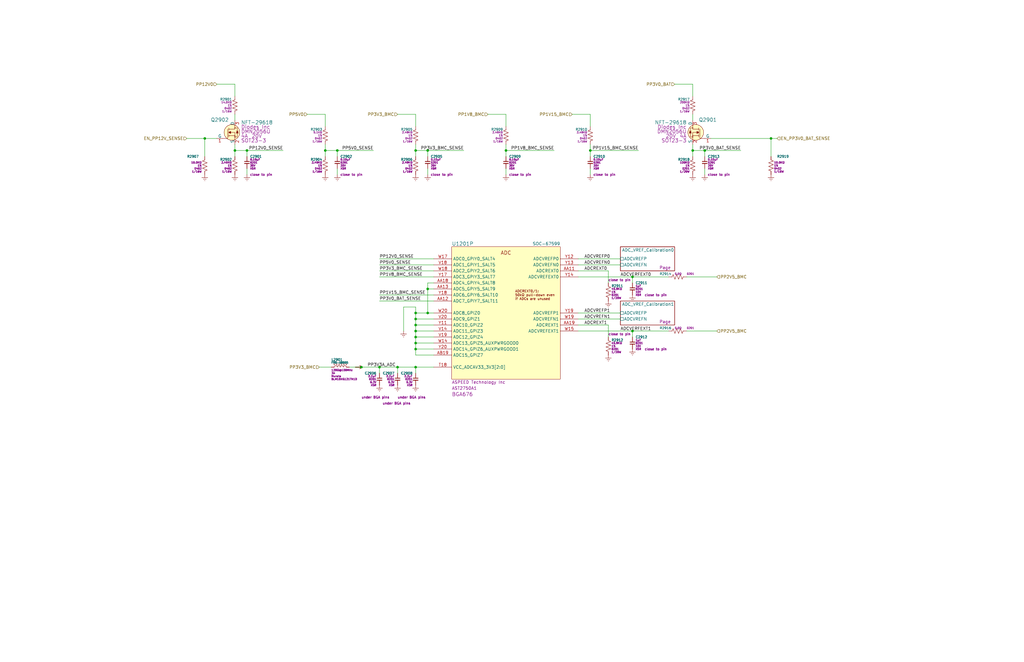
<source format=kicad_sch>
(kicad_sch (version 20231120) (generator "eeschema") (generator_version "8.0")
  (paper "B")
  (title_block (title "${PROJ}") (rev "${REV}") (company "${RPN}") (comment 1 "ADC"))
  (lib_symbols
    (symbol "Capacitors, ceramic, Murata:CCM-610AE" (pin_numbers hide) (pin_names (offset 0) hide)
      (property "Reference" "C" (at 1.27 2.54 0))
      (property "val" "0.10µF" (at 1.27 1.27 0))
      (property "pkg" "0201" (at 1.27 0 0))
      (property "volt" "35V" (at 1.27 -1.27 0))
      (property "type" "X5R" (at 1.27 -2.54 0))
      (symbol "CCM-610AE_1_1"
        (pin passive line (at 0 2.54 270) (length 2.032) (name "~") (number "1"))
        (pin passive line (at 0 -2.54 90) (length 2.032) (name "~") (number "2"))
      )
    )
    (symbol "Capacitors, ceramic, Murata:CCM-710AD" (pin_numbers hide) (pin_names (offset 0) hide)
      (property "Reference" "C" (at 1.27 2.54 0))
      (property "val" "1µF" (at 1.27 1.27 0))
      (property "pkg" "0201" (at 1.27 0 0))
      (property "volt" "10V" (at 1.27 -1.27 0))
      (property "type" "X5R" (at 1.27 -2.54 0))
      (symbol "CCM-710AD_1_1"
        (pin passive line (at 0 2.54 270) (length 2.032) (name "~") (number "1"))
        (pin passive line (at 0 -2.54 90) (length 2.032) (name "~") (number "2"))
      )
    )
    (symbol "Capacitors, ceramic, Murata:CCM-722AA" (pin_numbers hide) (pin_names (offset 0) hide)
      (property "Reference" "C" (at 1.27 2.54 0))
      (property "val" "2.2µF" (at 1.27 1.27 0))
      (property "pkg" "0201" (at 1.27 0 0))
      (property "volt" "6.3V" (at 1.27 -1.27 0))
      (property "type" "X5R" (at 1.27 -2.54 0))
      (symbol "CCM-722AA_1_1"
        (pin passive line (at 0 2.54 270) (length 2.032) (name "~") (number "1"))
        (pin passive line (at 0 -2.54 90) (length 2.032) (name "~") (number "2"))
      )
    )
    (symbol "FETs and transistors:NFT-29618" (pin_names (offset 0))
      (property "Reference" "Q" (at -2.54 4.445 0))
      (property "Value" "NFT-29618" (at 2.54 5.08 0))
      (property "mfr" "Diodes Inc" (at 2.54 3.175 0))
      (property "mpn" "DMN2056U" (at 2.54 1.27 0))
      (property "Ids" "4A" (at 2.54 -0.635 0))
      (property "Vds" "20V" (at 6.985 -0.635 0))
      (property "pkg" "SOT23-3" (at 2.54 -2.54 0))
      (symbol "NFT-29618_1_1"
        (pin input line (at -7.62 -2.54 0) (length 2.54) (name "G") (number "1"))
        (pin passive line (at 0 -5.08 90) (length 2.54) (name "S") (number "2"))
        (pin passive line (at 0 5.08 270) (length 2.54) (name "D") (number "3"))
      )
    )
    (symbol "Inductors:FRB-68805" (pin_numbers hide) (pin_names (offset 1.016) hide)
      (property "Reference" "L" (at -3.81 3.175 0))
      (property "Value" "FRB-68805" (at -3.81 1.905 0))
      (property "imp" "120Ω@100MHz" (at -3.81 -1.27 0))
      (property "mfr" "Murata" (at -3.81 -3.81 0))
      (property "mpn" "BLM18KG121TN1D" (at -3.81 -5.08 0))
      (property "Imax" "3A" (at -3.81 -2.54 0))
      (symbol "FRB-68805_1_1"
        (pin passive line (at -3.81 0 0) (length 1.27) (name "1") (number "1"))
        (pin passive line (at 3.81 0 180) (length 1.27) (name "2") (number "2"))
      )
    )
    (symbol "Power:GND" (power) (pin_names (offset 0)) (in_bom no) (on_board no)
      (symbol "GND_1_1"
        (pin power_in line (at 0 0 270) (length 0) hide (name "GND") (number "1"))
      )
    )
    (symbol "Power:PWR_FLAG" (power) (pin_numbers hide) (pin_names (offset 0) hide) (in_bom no) (on_board no)
      (symbol "PWR_FLAG_0_0"
        (pin power_out line (at 0 0 180) (length 0) (name "pwr") (number "1"))
      )
    )
    (symbol "Resistors:RES-0000A" (pin_numbers hide) (pin_names (offset 0) hide)
      (property "Reference" "R" (at 1.27 2.54 0))
      (property "val" "0.0Ω" (at 1.27 1.27 0))
      (property "tol" "<50mΩ" (at 1.27 0 0))
      (property "pkg" "0201" (at 1.27 -1.27 0))
      (property "pwr" "0.5A" (at 1.27 -2.54 0))
      (symbol "RES-0000A_1_1"
        (pin passive line (at 0 3.81 270) (length 1.27) (name "~") (number "1"))
        (pin passive line (at 0 -3.81 90) (length 1.27) (name "~") (number "2"))
      )
    )
    (symbol "Resistors:RES-4249B" (pin_numbers hide) (pin_names (offset 0) hide)
      (property "Reference" "R" (at 1.27 2.54 0))
      (property "val" "2.49KΩ" (at 1.27 1.27 0))
      (property "tol" "1%" (at 1.27 0 0))
      (property "pkg" "0402" (at 1.27 -1.27 0))
      (property "pwr" "1/16W" (at 1.27 -2.54 0))
      (symbol "RES-4249B_1_1"
        (pin passive line (at 0 3.81 270) (length 1.27) (name "~") (number "1"))
        (pin passive line (at 0 -3.81 90) (length 1.27) (name "~") (number "2"))
      )
    )
    (symbol "Resistors:RES-4510B" (pin_numbers hide) (pin_names (offset 0) hide)
      (property "Reference" "R" (at 1.27 2.54 0))
      (property "val" "5.1KΩ" (at 1.27 1.27 0))
      (property "tol" "1%" (at 1.27 0 0))
      (property "pkg" "0402" (at 1.27 -1.27 0))
      (property "pwr" "1/16W" (at 1.27 -2.54 0))
      (symbol "RES-4510B_1_1"
        (pin passive line (at 0 3.81 270) (length 1.27) (name "~") (number "1"))
        (pin passive line (at 0 -3.81 90) (length 1.27) (name "~") (number "2"))
      )
    )
    (symbol "Resistors:RES-5100B" (pin_numbers hide) (pin_names (offset 0) hide)
      (property "Reference" "R" (at 1.27 2.54 0))
      (property "val" "10.0KΩ" (at 1.27 1.27 0))
      (property "tol" "1%" (at 1.27 0 0))
      (property "pkg" "0402" (at 1.27 -1.27 0))
      (property "pwr" "1/16W" (at 1.27 -2.54 0))
      (symbol "RES-5100B_1_1"
        (pin passive line (at 0 3.81 270) (length 1.27) (name "~") (number "1"))
        (pin passive line (at 0 -3.81 90) (length 1.27) (name "~") (number "2"))
      )
    )
    (symbol "Resistors:RES-5140B" (pin_numbers hide) (pin_names (offset 0) hide)
      (property "Reference" "R" (at 1.27 2.54 0))
      (property "val" "14.0KΩ" (at 1.27 1.27 0))
      (property "tol" "1%" (at 1.27 0 0))
      (property "pkg" "0402" (at 1.27 -1.27 0))
      (property "pwr" "1/16W" (at 1.27 -2.54 0))
      (symbol "RES-5140B_1_1"
        (pin passive line (at 0 3.81 270) (length 1.27) (name "~") (number "1"))
        (pin passive line (at 0 -3.81 90) (length 1.27) (name "~") (number "2"))
      )
    )
    (symbol "Resistors:RES-5499A" (pin_numbers hide) (pin_names (offset 0) hide)
      (property "Reference" "R" (at 1.27 2.54 0))
      (property "val" "49.9KΩ" (at 1.27 1.27 0))
      (property "tol" "1%" (at 1.27 0 0))
      (property "pkg" "0201" (at 1.27 -1.27 0))
      (property "pwr" "1/20W" (at 1.27 -2.54 0))
      (symbol "RES-5499A_1_1"
        (pin passive line (at 0 3.81 270) (length 1.27) (name "~") (number "1"))
        (pin passive line (at 0 -3.81 90) (length 1.27) (name "~") (number "2"))
      )
    )
    (symbol "Resistors:RES-6100A" (pin_numbers hide) (pin_names (offset 0) hide)
      (property "Reference" "R" (at 1.27 2.54 0))
      (property "val" "100KΩ" (at 1.27 1.27 0))
      (property "tol" "1%" (at 1.27 0 0))
      (property "pkg" "0201" (at 1.27 -1.27 0))
      (property "pwr" "1/20W" (at 1.27 -2.54 0))
      (symbol "RES-6100A_1_1"
        (pin passive line (at 0 3.81 270) (length 1.27) (name "~") (number "1"))
        (pin passive line (at 0 -3.81 90) (length 1.27) (name "~") (number "2"))
      )
    )
    (symbol "Resistors:RES-6200B" (pin_numbers hide) (pin_names (offset 0) hide)
      (property "Reference" "R" (at 1.27 2.54 0))
      (property "val" "200KΩ" (at 1.27 1.27 0))
      (property "tol" "1%" (at 1.27 0 0))
      (property "pkg" "0402" (at 1.27 -1.27 0))
      (property "pwr" "1/16W" (at 1.27 -2.54 0))
      (symbol "RES-6200B_1_1"
        (pin passive line (at 0 3.81 270) (length 1.27) (name "~") (number "1"))
        (pin passive line (at 0 -3.81 90) (length 1.27) (name "~") (number "2"))
      )
    )
    (symbol "SoCs, non-Rivos:SOC-67599"
      (property "Reference" "U" (at -17.78 57.15 0))
      (property "Value" "SOC-67599" (at 17.78 57.15 0))
      (property "mfr" "ASPEED Technology Inc" (at -17.78 -58.42 0))
      (property "mpn" "AST2750A1" (at -17.78 -60.96 0))
      (property "pkg" "BGA676" (at -17.78 -63.5 0))
      (symbol "SOC-67599_1_1"
        (text "PCIe0" (at -8.89 22.86 0) (effects (font (size 1.524 1.524)) (justify left)))
        (text "PCIe1" (at 2.54 22.86 0) (effects (font (size 1.524 1.524)) (justify left)))
        (pin input line (at -27.94 20.32 0) (length 7.62) (name "PE0CK_P") (number "AA10"))
        (pin passive line (at -27.94 -20.32 0) (length 7.62) hide (name "VCC_PEG4_1V8[1:0]") (number "AA7"))
        (pin power_in line (at -27.94 -10.16 0) (length 7.62) (name "VCC_PEG4_0V8[1:0]") (number "AA8"))
        (pin input inverted_clock (at 27.94 17.78 180) (length 7.62) (name "PE1CK_N") (number "AA9"))
        (pin input inverted_clock (at -27.94 17.78 0) (length 7.62) (name "PE0CK_N") (number "AB10"))
        (pin passive line (at -27.94 -10.16 0) (length 7.62) hide (name "VCC_PEG4_0V8[1:0]") (number "AB8"))
        (pin input inverted (at 27.94 2.54 180) (length 7.62) (name "PE1RX_N") (number "AC7"))
        (pin output inverted (at 27.94 10.16 180) (length 7.62) (name "PE1TX_N") (number "AC9"))
        (pin input line (at 27.94 -10.16 180) (length 7.62) (name "PCIEREF") (number "AD11"))
        (pin input line (at 27.94 5.08 180) (length 7.62) (name "PE1RX_P") (number "AD7"))
        (pin output line (at 27.94 12.7 180) (length 7.62) (name "PE1TX_P") (number "AD9"))
        (pin output line (at -27.94 12.7 0) (length 7.62) (name "PE0TX_P") (number "AE10"))
        (pin bidirectional line (at 27.94 -2.54 180) (length 7.62) (name "PCIE1RSTN1v8") (number "AE3"))
        (pin input line (at -27.94 5.08 0) (length 7.62) (name "PE0RX_P") (number "AE8"))
        (pin output inverted (at -27.94 10.16 0) (length 7.62) (name "PE0TX_N") (number "AF10"))
        (pin bidirectional line (at -27.94 -2.54 0) (length 7.62) (name "PCIE0RSTN1v8") (number "AF2"))
        (pin input inverted (at -27.94 2.54 0) (length 7.62) (name "PE0RX_N") (number "AF8"))
        (pin power_in line (at -27.94 -20.32 0) (length 7.62) (name "VCC_PEG4_1V8[1:0]") (number "Y8"))
        (pin input line (at 27.94 20.32 180) (length 7.62) (name "PE1CK_P") (number "Y9"))
      )
      (symbol "SOC-67599_2_1"
        (text "DP HBR" (at 0 11.43 0) (effects (font (size 1.524 1.524))))
        (pin input line (at 27.94 -8.89 180) (length 7.62) (name "DPHPD1v8") (number "AA6"))
        (pin power_in line (at -27.94 -8.89 0) (length 7.62) (name "VCC_DP_VCC12A_1V2") (number "AB5"))
        (pin power_in line (at -27.94 1.27 0) (length 7.62) (name "VCC_DP_VCC18A_1V8") (number "AB6"))
        (pin bidirectional inverted (at -27.94 6.35 0) (length 7.62) (name "DPAUX_N") (number "AC5"))
        (pin bidirectional line (at -27.94 8.89 0) (length 7.62) (name "DPAUX_P") (number "AD5"))
        (pin output inverted (at 27.94 -1.27 180) (length 7.62) (name "DPMLTX1_N") (number "AE5"))
        (pin output inverted (at 27.94 6.35 180) (length 7.62) (name "DPMLTX0_N") (number "AE6"))
        (pin output line (at 27.94 1.27 180) (length 7.62) (name "DPMLTX1_P") (number "AF5"))
        (pin output line (at 27.94 8.89 180) (length 7.62) (name "DPMLTX0_P") (number "AF6"))
      )
      (symbol "SOC-67599_3_1"
        (text "DDR4/DDR5" (at 0 53.34 0) (effects (font (size 1.524 1.524))))
        (pin output line (at 25.4 43.18 180) (length 7.62) (name "DDR5CK_P") (number "AA1"))
        (pin output inverted_clock (at 25.4 40.64 180) (length 7.62) (name "DDR5CK_N") (number "AA2"))
        (pin bidirectional line (at 25.4 -5.08 180) (length 7.62) (name "DDR4CA10") (number "AA4"))
        (pin output inverted_clock (at 25.4 48.26 180) (length 7.62) (name "DDR4CK_N") (number "AB1"))
        (pin output line (at 25.4 50.8 180) (length 7.62) (name "DDR4CK_P") (number "AB2"))
        (pin bidirectional line (at 25.4 35.56 180) (length 7.62) (name "DDR4BA0") (number "AB3"))
        (pin bidirectional line (at 25.4 33.02 180) (length 7.62) (name "DDR4BA1") (number "AC1"))
        (pin output output_low (at 25.4 -22.86 180) (length 7.62) (name "DDR4CASN") (number "AC3"))
        (pin bidirectional line (at 25.4 -12.7 180) (length 7.62) (name "DDR4CA13") (number "AD1"))
        (pin output output_low (at 25.4 -27.94 180) (length 7.62) (name "DDR4RASN") (number "AD2"))
        (pin output output_low (at 25.4 -40.64 180) (length 7.62) (name "DDR4CSN") (number "AD3"))
        (pin output output_low (at 25.4 -25.4 180) (length 7.62) (name "DDR4WEN") (number "AE1"))
        (pin output line (at 25.4 -45.72 180) (length 7.62) (name "DDR_ODT") (number "AE2"))
        (pin bidirectional inverted (at -25.4 33.02 0) (length 7.62) (name "DDRDQS0_N") (number "G1"))
        (pin bidirectional line (at -25.4 35.56 0) (length 7.62) (name "DDRDQS0_P") (number "G2"))
        (pin bidirectional line (at -25.4 22.86 0) (length 7.62) (name "DDRDQ0") (number "G3"))
        (pin bidirectional line (at -25.4 15.24 0) (length 7.62) (name "DDRDQ3") (number "H3"))
        (pin bidirectional line (at -25.4 20.32 0) (length 7.62) (name "DDRDQ1") (number "H4"))
        (pin bidirectional line (at -25.4 7.62 0) (length 7.62) (name "DDRDQ6") (number "J1"))
        (pin output line (at -25.4 27.94 0) (length 7.62) (name "DDRDM0") (number "J2"))
        (pin bidirectional line (at -25.4 12.7 0) (length 7.62) (name "DDRDQ4") (number "J3"))
        (pin bidirectional line (at -25.4 17.78 0) (length 7.62) (name "DDRDQ2") (number "J4"))
        (pin bidirectional line (at -25.4 5.08 0) (length 7.62) (name "DDRDQ7") (number "K2"))
        (pin bidirectional line (at -25.4 10.16 0) (length 7.62) (name "DDRDQ5") (number "K3"))
        (pin bidirectional line (at -25.4 -12.7 0) (length 7.62) (name "DDRDQ8") (number "L3"))
        (pin bidirectional inverted (at -25.4 -2.54 0) (length 7.62) (name "DDRDQS1_N") (number "M1"))
        (pin bidirectional line (at -25.4 0 0) (length 7.62) (name "DDRDQS1_P") (number "M2"))
        (pin bidirectional line (at -25.4 -15.24 0) (length 7.62) (name "DDRDQ9") (number "M3"))
        (pin bidirectional line (at -25.4 -20.32 0) (length 7.62) (name "DDRDQ11") (number "M4"))
        (pin bidirectional line (at -25.4 -25.4 0) (length 7.62) (name "DDRDQ13") (number "N1"))
        (pin bidirectional line (at -25.4 -17.78 0) (length 7.62) (name "DDRDQ10") (number "N2"))
        (pin output line (at -25.4 -7.62 0) (length 7.62) (name "DDRDM1") (number "N3"))
        (pin bidirectional line (at -25.4 -30.48 0) (length 7.62) (name "DDRDQ15") (number "P1"))
        (pin bidirectional line (at -25.4 -27.94 0) (length 7.62) (name "DDRDQ14") (number "P3"))
        (pin bidirectional line (at -25.4 -22.86 0) (length 7.62) (name "DDRDQ12") (number "P4"))
        (pin bidirectional line (at 25.4 -17.78 180) (length 7.62) (name "DDR4CKE_DDR5CSN") (number "R2"))
        (pin output output_low (at 25.4 -38.1 180) (length 7.62) (name "DDR4ACTN_DDR5CA2") (number "R3"))
        (pin bidirectional line (at 25.4 25.4 180) (length 7.62) (name "DDR4BG1_DDR5CA1") (number "R4"))
        (pin bidirectional line (at 25.4 2.54 180) (length 7.62) (name "DDR4CA7_DDR5CA6") (number "T1"))
        (pin bidirectional line (at 25.4 27.94 180) (length 7.62) (name "DDR4BG0_DDR5CA0") (number "T2"))
        (pin open_collector line (at 25.4 -33.02 180) (length 7.62) (name "DDR_ALERTN") (number "T4"))
        (pin bidirectional line (at 25.4 -2.54 180) (length 7.62) (name "DDR4CA9_DDR5CA3") (number "U1"))
        (pin bidirectional line (at 25.4 -10.16 180) (length 7.62) (name "DDR4CA12_DDR5CA4") (number "U2"))
        (pin bidirectional line (at 25.4 -7.62 180) (length 7.62) (name "DDR4CA11_DDR5CA5") (number "U3"))
        (pin bidirectional line (at 25.4 5.08 180) (length 7.62) (name "DDR4CA6_DDR5CA8") (number "U4"))
        (pin bidirectional line (at 25.4 0 180) (length 7.62) (name "DDR4CA8_DDR5CA7") (number "V1"))
        (pin bidirectional line (at 25.4 10.16 180) (length 7.62) (name "DDR4CA4_DDR5CA10") (number "V3"))
        (pin bidirectional line (at 25.4 15.24 180) (length 7.62) (name "DDR4CA2_DDR5CA12") (number "V4"))
        (pin output line (at -25.4 -48.26 0) (length 7.62) (name "DDRATO") (number "V5"))
        (pin bidirectional line (at 25.4 12.7 180) (length 7.62) (name "DDR4CA3_DDR5CA11") (number "W1"))
        (pin bidirectional line (at 25.4 7.62 180) (length 7.62) (name "DDR4CA5_DDR5CA9") (number "W2"))
        (pin bidirectional line (at 25.4 20.32 180) (length 7.62) (name "DDR4CA0") (number "W3"))
        (pin input line (at 25.4 -50.8 180) (length 7.62) (name "DDR_ZN") (number "W4"))
        (pin bidirectional line (at 25.4 17.78 180) (length 7.62) (name "DDR4CA1_DDR5CA13") (number "Y1"))
        (pin output output_low (at 25.4 -35.56 180) (length 7.62) (name "DDRRESETN") (number "Y2"))
        (pin output line (at -25.4 -50.8 0) (length 7.62) (name "DDRDTO") (number "Y3"))
      )
      (symbol "SOC-67599_4_1"
        (text "UFS 2.1" (at 0 13.97 0) (effects (font (size 1.524 1.524))))
        (pin output line (at 27.94 11.43 180) (length 7.62) (name "UFSTX0_P") (number "A2"))
        (pin input line (at 27.94 -8.89 180) (length 7.62) (name "UFSRX1_P") (number "B1"))
        (pin output inverted (at 27.94 8.89 180) (length 7.62) (name "UFSTX0_N") (number "B2"))
        (pin input inverted (at 27.94 -11.43 180) (length 7.62) (name "UFSRX1_N") (number "C1"))
        (pin output line (at 27.94 6.35 180) (length 7.62) (name "UFSTX1_P") (number "C2"))
        (pin input line (at 27.94 -3.81 180) (length 7.62) (name "UFSRX0_P") (number "D1"))
        (pin output inverted (at 27.94 3.81 180) (length 7.62) (name "UFSTX1_N") (number "D2"))
        (pin input inverted (at 27.94 -6.35 180) (length 7.62) (name "UFSRX0_N") (number "E1"))
        (pin output clock (at -27.94 11.43 0) (length 7.62) (name "UFSREFCK1v2") (number "E2"))
        (pin output output_low (at -27.94 6.35 0) (length 7.62) (name "UFSRSTN1v2") (number "F2"))
        (pin power_in line (at -27.94 -11.43 0) (length 7.62) (name "VCC_UFS_0V8") (number "K7"))
        (pin power_in line (at -27.94 -1.27 0) (length 7.62) (name "VCC_UFS_1V8") (number "L8"))
      )
      (symbol "SOC-67599_5_1"
        (text "USB2C supports USB-to-UART\n(access to UART11 and UART12)" (at -5.08 16.51 0) (effects (font (size 1 1)) (justify left)))
        (text "USB3.1 Gen2" (at 0 39.37 0) (effects (font (size 1.524 1.524))))
        (pin output inverted (at -27.94 34.29 0) (length 7.62) (name "USB3ATX_N") (number "A3"))
        (pin bidirectional line (at 27.94 29.21 180) (length 7.62) (name "USB2B_P") (number "A4"))
        (pin input inverted (at -27.94 11.43 0) (length 7.62) (name "USB3BRX_N") (number "A5"))
        (pin output line (at -27.94 36.83 0) (length 7.62) (name "USB3ATX_P") (number "B3"))
        (pin bidirectional inverted (at 27.94 26.67 180) (length 7.62) (name "USB2B_N") (number "B4"))
        (pin input line (at -27.94 13.97 0) (length 7.62) (name "USB3BRX_P") (number "B5"))
        (pin bidirectional line (at 27.94 36.83 180) (length 7.62) (name "USB2A_P") (number "C3"))
        (pin input line (at -27.94 29.21 0) (length 7.62) (name "USB3ARX_P") (number "C5"))
        (pin bidirectional inverted (at 27.94 34.29 180) (length 7.62) (name "USB2A_N") (number "D3"))
        (pin input inverted (at -27.94 26.67 0) (length 7.62) (name "USB3ARX_N") (number "D5"))
        (pin input line (at 27.94 -31.75 180) (length 7.62) (name "USB2ATXRTUNE") (number "E3"))
        (pin input line (at -27.94 -31.75 0) (length 7.62) (name "USB3RESREF") (number "E4"))
        (pin output line (at -27.94 21.59 0) (length 7.62) (name "USB3BTX_P") (number "E6"))
        (pin input line (at 27.94 -36.83 180) (length 7.62) (name "USB2BTXRTUNE") (number "F5"))
        (pin output inverted (at -27.94 19.05 0) (length 7.62) (name "USB3BTX_N") (number "F6"))
        (pin power_in line (at 27.94 3.81 180) (length 7.62) (name "VCCA_USB2C_3V3") (number "G15"))
        (pin input clock (at -27.94 6.35 0) (length 7.62) (name "USB25CK_P") (number "G6"))
        (pin bidirectional line (at 27.94 21.59 180) (length 7.62) (name "USB2C_P") (number "H15"))
        (pin input inverted_clock (at -27.94 3.81 0) (length 7.62) (name "USB25CK_N") (number "H6"))
        (pin bidirectional inverted (at 27.94 19.05 180) (length 7.62) (name "USB2C_N") (number "J15"))
        (pin power_in line (at 27.94 6.35 180) (length 7.62) (name "VCC_USB2_3V3") (number "J7"))
        (pin power_in line (at -27.94 -8.89 0) (length 7.62) (name "VCC_USB3_1V8[1:0]") (number "K10"))
        (pin power_in line (at 27.94 -19.05 180) (length 7.62) (name "VCC_USB2_0V8") (number "K11"))
        (pin power_in line (at 27.94 1.27 180) (length 7.62) (name "VCCA_USB2D_3V3") (number "K14"))
        (pin bidirectional line (at 27.94 13.97 180) (length 7.62) (name "USB2D_P") (number "K15"))
        (pin power_in line (at -27.94 -19.05 0) (length 7.62) (name "VCC_USB3_0V8[1:0]") (number "K9"))
        (pin passive line (at -27.94 -8.89 0) (length 7.62) hide (name "VCC_USB3_1V8[1:0]") (number "L10"))
        (pin power_in line (at 27.94 -8.89 180) (length 7.62) (name "VCC_USB2_1V8") (number "L11"))
        (pin bidirectional inverted (at 27.94 11.43 180) (length 7.62) (name "USB2D_N") (number "L15"))
        (pin passive line (at -27.94 -19.05 0) (length 7.62) hide (name "VCC_USB3_0V8[1:0]") (number "L9"))
      )
      (symbol "SOC-67599_6_1"
        (text "eMMC" (at -5.08 36.83 0) (effects (font (size 1.524 1.524))))
        (text "JTAG0 (M/S)" (at 7.62 29.21 0) (effects (font (size 1.524 1.524)) (justify left)))
        (text "JTAG1 (M)" (at 1.27 12.7 0) (effects (font (size 1.524 1.524)) (justify left)))
        (text "LTPI1 Rx" (at 10.16 -24.13 0) (effects (font (size 1.524 1.524)) (justify left)))
        (text "LTPI1 Tx" (at 10.16 -8.89 0) (effects (font (size 1.524 1.524)) (justify left)))
        (text "LTPI2 Rx" (at -10.16 -24.13 0) (effects (font (size 1.524 1.524)) (justify right)))
        (text "LTPI2 Tx" (at -10.16 -8.89 0) (effects (font (size 1.524 1.524)) (justify right)))
        (pin input line (at 45.72 29.21 180) (length 7.62) (name "TMS01v8") (number "AA5"))
        (pin bidirectional line (at -45.72 21.59 0) (length 7.62) (name "EMMCDAT3_GPIO18A5") (number "AB13"))
        (pin input input_low (at -45.72 1.27 0) (length 7.62) (name "EMMCCDN_VB0CSN_GPIO18A6") (number "AB14"))
        (pin bidirectional line (at -45.72 13.97 0) (length 7.62) (name "EMMCDAT5_VB0MISO_GPIO18B1_UFSCLKI") (number "AC13"))
        (pin output clock (at -45.72 34.29 0) (length 7.62) (name "EMMCCLK_VB1CSN_GPIO18A0") (number "AC14"))
        (pin input inverted (at 45.72 -29.21 180) (length 7.62) (name "LTPI1RX_N") (number "AC21"))
        (pin output line (at 45.72 -11.43 180) (length 7.62) (name "LTPI1TX_P") (number "AC23"))
        (pin bidirectional line (at -45.72 11.43 0) (length 7.62) (name "EMMCDAT6_DDCCLK_GPIO18B2") (number "AD13"))
        (pin bidirectional line (at -45.72 29.21 0) (length 7.62) (name "EMMCDAT0_VB1MOSI_GPIO18A2") (number "AD14"))
        (pin input line (at 45.72 -26.67 180) (length 7.62) (name "LTPI1RX_P") (number "AD21"))
        (pin output inverted (at 45.72 -13.97 180) (length 7.62) (name "LTPI1TX_N") (number "AD23"))
        (pin input input_low (at 45.72 34.29 180) (length 7.62) (name "NTRST01v8") (number "AD4"))
        (pin bidirectional line (at -45.72 8.89 0) (length 7.62) (name "EMMCDAT7_DDCDAT_GPIO18B3") (number "AE13"))
        (pin bidirectional line (at -45.72 26.67 0) (length 7.62) (name "EMMCDAT1_VB1MISO_GPIO18A3") (number "AE14"))
        (pin bidirectional line (at -45.72 3.81 0) (length 7.62) (name "EMMCCMD_VB1CK_GPIO18A1") (number "AE15"))
        (pin input inverted_clock (at 45.72 -21.59 180) (length 7.62) (name "LTPI1RXCK_N") (number "AE22"))
        (pin output inverted (at 45.72 -6.35 180) (length 7.62) (name "LTPI1TXCK_N") (number "AE24"))
        (pin input line (at 45.72 24.13 180) (length 7.62) (name "TDI01v8") (number "AE4"))
        (pin bidirectional line (at -45.72 16.51 0) (length 7.62) (name "EMMCDAT4_VB0MOSI_GPIO18B0") (number "AF13"))
        (pin bidirectional line (at -45.72 24.13 0) (length 7.62) (name "EMMCDAT2_GPIO18A4") (number "AF14"))
        (pin input clock (at 45.72 -19.05 180) (length 7.62) (name "LTPI1RXCK_P") (number "AF22"))
        (pin output line (at 45.72 -3.81 180) (length 7.62) (name "LTPI1TXCK_P") (number "AF24"))
        (pin input clock (at 45.72 31.75 180) (length 7.62) (name "TCK01v8") (number "AF3"))
        (pin output line (at 45.72 26.67 180) (length 7.62) (name "TDO01v8") (number "AF4"))
        (pin output output_low (at 45.72 19.05 180) (length 7.62) (name "GPIOQ2_MNTRST13v3") (number "D12"))
        (pin output line (at 45.72 13.97 180) (length 7.62) (name "GPIOQ4_MTMS13v3") (number "E11"))
        (pin output line (at 45.72 16.51 180) (length 7.62) (name "GPIOQ3_MTCK13v3") (number "F10"))
        (pin output line (at 45.72 11.43 180) (length 7.62) (name "GPIOQ5_MTDI13v3") (number "F11"))
        (pin input line (at 45.72 8.89 180) (length 7.62) (name "GPIOQ6_MTDO13v3") (number "F13"))
        (pin power_in line (at 45.72 3.81 180) (length 7.62) (name "VCC_BMC_3V3[3:0]") (number "G13"))
        (pin power_in line (at -45.72 -34.29 0) (length 7.62) (name "VCC_LTPIIO2_1V8[1:0]") (number "P19"))
        (pin power_in line (at 45.72 -34.29 180) (length 7.62) (name "VCC_LTPIIO_1V8[1:0]") (number "P20"))
        (pin passive line (at 45.72 -34.29 180) (length 7.62) hide (name "VCC_LTPIIO_1V8[1:0]") (number "P21"))
        (pin passive line (at -45.72 -34.29 0) (length 7.62) hide (name "VCC_LTPIIO2_1V8[1:0]") (number "R20"))
        (pin output inverted (at -45.72 -6.35 0) (length 7.62) (name "LTPI2TXCK_N") (number "T25"))
        (pin output line (at -45.72 -3.81 0) (length 7.62) (name "LTPI2TXCK_P") (number "T26"))
        (pin output inverted (at -45.72 -13.97 0) (length 7.62) (name "LTPI2TX_N") (number "U23"))
        (pin output line (at -45.72 -11.43 0) (length 7.62) (name "LTPI2TX_P") (number "U24"))
        (pin input inverted_clock (at -45.72 -21.59 0) (length 7.62) (name "LTPI2RXCK_N") (number "V25"))
        (pin input clock (at -45.72 -19.05 0) (length 7.62) (name "LTPI2RXCK_P") (number "V26"))
        (pin input inverted (at -45.72 -29.21 0) (length 7.62) (name "LTPI2RX_N") (number "W23"))
        (pin input line (at -45.72 -26.67 0) (length 7.62) (name "LTPI2RX_P") (number "W24"))
      )
      (symbol "SOC-67599_7_1"
        (text "eSPI0/1" (at 0 13.97 0) (effects (font (size 1.524 1.524))))
        (pin input input_low (at -58.42 3.81 0) (length 7.62) (name "ESPI0CSN_L0FRAMEN_GPIOM5") (number "B13"))
        (pin bidirectional line (at -58.42 -6.35 0) (length 7.62) (name "ESPI0D3_L0AD3_GPIOM3") (number "B14"))
        (pin bidirectional line (at -58.42 -3.81 0) (length 7.62) (name "ESPI0D2_L0AD2_GPIOM2") (number "B15"))
        (pin bidirectional line (at -58.42 1.27 0) (length 7.62) (name "ESPI0D0_L0AD0_GPIOM0") (number "B16"))
        (pin open_collector line (at 58.42 6.35 180) (length 7.62) (name "ESPI1ALTN_L1SIRQN_SD0CMD_GPIOA2_SDA3_VPIVS") (number "C11"))
        (pin bidirectional line (at 58.42 -3.81 180) (length 7.62) (name "ESPI1D2_L1AD2_SD0DAT2_GPIOA6_SDA2") (number "C12"))
        (pin bidirectional line (at 58.42 -6.35 180) (length 7.62) (name "ESPI1D3_L1AD3_SD0DAT3_GPIOA7_SCL3") (number "C13"))
        (pin input input_low (at 58.42 8.89 180) (length 7.62) (name "ESPI1RSTN_LPC1RSTN_SD0CDN_GPIOA1_SCL1_VPIHS") (number "C14"))
        (pin input input_low (at -58.42 8.89 0) (length 7.62) (name "ESPI0RSTN_LPC0RSTN_GPIOM7") (number "C15"))
        (pin input clock (at 58.42 11.43 180) (length 7.62) (name "ESPI1CK_L1CLK_SD0CLK_GPIOA0_SCL0_VPICLK") (number "C16"))
        (pin input clock (at -58.42 11.43 0) (length 7.62) (name "ESPI0CK_L0CLK_OSCCLK_GPIOM4") (number "C17"))
        (pin bidirectional line (at 58.42 -1.27 180) (length 7.62) (name "ESPI1D1_L1AD1_SD0DAT1_GPIOA5_SCL2_VPIR1") (number "D10"))
        (pin bidirectional line (at -58.42 -1.27 0) (length 7.62) (name "ESPI0D1_L0AD1_GPIOM1") (number "D14"))
        (pin input input_low (at 58.42 3.81 180) (length 7.62) (name "ESPI1CSN_L1FRAMEN_SD0WPN_GPIOA3_SDA0_VPIDE") (number "D9"))
        (pin open_collector line (at -58.42 6.35 0) (length 7.62) (name "ESPI0ALTN_L0SIRQN_GPIOM6") (number "E14"))
        (pin bidirectional line (at 58.42 1.27 180) (length 7.62) (name "ESPI1D0_L1AD0_SD0DAT0_GPIOA4_SDA1_VPIR0") (number "F14"))
        (pin power_in line (at 58.42 -11.43 180) (length 7.62) (name "VCC_ESPI1_1V8_3V3") (number "G17"))
        (pin power_in line (at -58.42 -11.43 0) (length 7.62) (name "VCC_ESPI0_1V8_3V3") (number "G18"))
      )
      (symbol "SOC-67599_8_1"
        (text "AST27x0A1: BOOT_FROM_UART strap at pin W16\n0: Disable (int. pulldown)\n1: Enable (ext. pullup required)" (at -29.21 -17.78 0) (effects (font (size 1 1)) (justify left)))
        (text "AST27x0A1: HeartBeat LED function strap at pin AC16\n0: Enable (int. pulldown)\n1: Disable (ext. pullup required)" (at -36.83 12.7 0) (effects (font (size 1 1)) (justify left)))
        (text "AST27x0A1: LTPI CRC mode sel. strap at pin AA14\n0: CRC option 1 (int. pulldown)\n1: CRC option 2" (at -29.21 -11.43 0) (effects (font (size 1 1)) (justify left)))
        (text "Debug / Boot from UART" (at -6.35 -26.67 0) (effects (font (size 1.524 1.524)) (justify left)))
        (text "UART / GPIO" (at -1.27 33.02 0) (effects (font (size 1.524 1.524))))
        (pin bidirectional line (at -52.07 -7.62 0) (length 7.62) (name "GPIOF5_NRTS1") (number "AA14"))
        (pin bidirectional line (at -52.07 5.08 0) (length 7.62) (name "GPIOF0_NCTS1_SIOONCTRLN1_HPM1GPO0") (number "AA15"))
        (pin bidirectional line (at -52.07 27.94 0) (length 7.62) (name "GPIOE1_NDCD0_SIOPBIN1") (number "AA16"))
        (pin bidirectional line (at 52.07 20.32 180) (length 7.62) (name "GPIOG3_RXD3_WDTRST1N_PWM9_SDA12_SM1CLKI") (number "AA17"))
        (pin bidirectional line (at -52.07 2.54 0) (length 7.62) (name "GPIOF1_NDCD1_SIOPWRGD1_HPM1GPO1") (number "AB15"))
        (pin bidirectional line (at -52.07 17.78 0) (length 7.62) (name "GPIOE5_NRTS0_SIOPWREQN1") (number "AB16"))
        (pin output line (at 52.07 7.62 180) (length 7.62) (name "TXD5_GPIOG4_WDTRST2N_PWM10_SCL13_SM1MOSII") (number "AB17"))
        (pin bidirectional line (at 52.07 30.48 180) (length 7.62) (name "GPIOG0_TXD2") (number "AB18"))
        (pin bidirectional line (at -52.07 0 0) (length 7.62) (name "GPIOF2_NDSR1_SALT2") (number "AC15"))
        (pin output line (at -52.07 15.24 0) (length 7.62) (name "TXD0") (number "AC16"))
        (pin bidirectional line (at 52.07 0 180) (length 7.62) (name "GPIOG6_TXD6_PWM12_SALT0_SCL14_SM1IO2I") (number "AC17"))
        (pin bidirectional line (at 52.07 27.94 180) (length 7.62) (name "GPIOG1_RXD2_SCL12") (number "AC18"))
        (pin output line (at 52.07 15.24 180) (length 7.62) (name "TXD41v8") (number "AD12"))
        (pin bidirectional line (at -52.07 -2.54 0) (length 7.62) (name "GPIOF3_NRI1_SALT3") (number "AD15"))
        (pin input line (at 52.07 5.08 180) (length 7.62) (name "RXD5_GPIOG5_WDTRST3N_PWM11_SDA13_SM1MISOI") (number "AD16"))
        (pin bidirectional line (at 52.07 -2.54 180) (length 7.62) (name "GPIOG7_RXD6_PWM13_SALT1_SDA14_SM1IO3I") (number "AD17"))
        (pin input line (at 52.07 12.7 180) (length 7.62) (name "RXD41v8") (number "AE12"))
        (pin bidirectional line (at 52.07 -5.08 180) (length 7.62) (name "GPIOH0_TXD7_PWM14_SCL15_SM1CS0NO") (number "AE16"))
        (pin bidirectional line (at 52.07 -7.62 180) (length 7.62) (name "GPIOH1_RXD7_PWM15_SDA15_SM1MUXSEL") (number "AE17"))
        (pin input line (at -52.07 12.7 0) (length 7.62) (name "RXD0") (number "AF16"))
        (pin bidirectional line (at -52.07 30.48 0) (length 7.62) (name "GPIOE0_NCTS0_SIOPBON1") (number "AF17"))
        (pin output line (at 52.07 -22.86 180) (length 7.62) (name "BMCUART_TXD12") (number "D11"))
        (pin input line (at 52.07 -25.4 180) (length 7.62) (name "BMCUART_RXD12") (number "D13"))
        (pin power_in line (at 52.07 -30.48 180) (length 7.62) (name "VCC_BMC_3V3[3:0]") (number "G14"))
        (pin power_in line (at 52.07 -12.7 180) (length 7.62) (name "VCC_PG2_1V8_3V3[1:0]") (number "H16"))
        (pin bidirectional line (at -52.07 20.32 0) (length 7.62) (name "GPIOE4_NDTR0_SIOS5N1") (number "J13"))
        (pin passive line (at 52.07 -12.7 180) (length 7.62) hide (name "VCC_PG2_1V8_3V3[1:0]") (number "J16"))
        (pin bidirectional line (at 52.07 22.86 180) (length 7.62) (name "GPIOG2_TXD3_WDTRST0N_PWM8_SM1CS0NI") (number "K13"))
        (pin power_in line (at -52.07 -22.86 0) (length 7.62) (name "VCC_SYSUART_1V8_3V3[1:0]") (number "K16"))
        (pin passive line (at -52.07 -22.86 0) (length 7.62) hide (name "VCC_SYSUART_1V8_3V3[1:0]") (number "L16"))
        (pin bidirectional line (at -52.07 -12.7 0) (length 7.62) (name "GPIOF7_RXD1") (number "V16"))
        (pin bidirectional line (at -52.07 22.86 0) (length 7.62) (name "GPIOE3_NRI0_SIOS3N1") (number "V17"))
        (pin bidirectional line (at -52.07 -10.16 0) (length 7.62) (name "GPIOF6_TXD1") (number "W16"))
        (pin bidirectional line (at -52.07 -5.08 0) (length 7.62) (name "GPIOF4_NDTR1_HPM1GPO2") (number "Y15"))
        (pin bidirectional line (at -52.07 25.4 0) (length 7.62) (name "GPIOE2_NDSR0_SIOSCIN1") (number "Y16"))
      )
      (symbol "SOC-67599_9_1"
        (text "MISC" (at 0 11.43 0) (effects (font (size 1.524 1.524))))
        (text "PECI" (at -1.27 -3.81 0) (effects (font (size 1.524 1.524)) (justify left)))
        (pin input input_low (at -33.02 3.81 0) (length 7.62) (name "SRSTN1v8") (number "AB11"))
        (pin input input_low (at -33.02 1.27 0) (length 7.62) (name "EXTRSTN1v8") (number "AB12"))
        (pin output output_low (at -33.02 -6.35 0) (length 7.62) (name "RSTIND1v8") (number "AB4"))
        (pin input line (at 33.02 8.89 180) (length 7.62) (name "ENTEST1v8") (number "AC11"))
        (pin input clock (at -33.02 8.89 0) (length 7.62) (name "CLKIN1v8") (number "AC12"))
        (pin bidirectional line (at 33.02 -1.27 180) (length 7.62) (name "PECI") (number "AD24"))
        (pin input input_low (at -33.02 -1.27 0) (length 7.62) (name "SSPRSTN1v8") (number "AF12"))
        (pin input input_low (at -33.02 -8.89 0) (length 7.62) (name "TSTRSTN") (number "AF15"))
        (pin power_in line (at 33.02 -6.35 180) (length 7.62) (name "VCC_PECIVDD_1V0") (number "L23"))
        (pin input input_low (at 33.02 3.81 180) (length 7.62) (name "CHASIN") (number "V15"))
      )
      (symbol "SOC-67599_10_1"
        (text "GPIO / TACH / PWM" (at 0 22.86 0) (effects (font (size 1.524 1.524))))
        (text "SCMGPO[11:0] will drive output 0 during power on until uboot \nconfiguration, make sure no harm to the peripherals connected." (at -49.53 -19.05 0) (effects (font (size 1 1)) (justify left)))
        (pin bidirectional line (at -58.42 17.78 0) (length 7.62) (name "GPIOB1_TACH1_THRUOUT0_SCMGPO1_VPIR3") (number "AA25"))
        (pin bidirectional line (at -58.42 15.24 0) (length 7.62) (name "GPIOB2_TACH2_THRUIN1_SCMGPO2_VPIR4") (number "AB23"))
        (pin bidirectional line (at 58.42 20.32 180) (length 7.62) (name "GPIOC2_TACH10_SALT12_NCTS6_SCMGPO10_VPIG4") (number "AB26"))
        (pin bidirectional line (at -58.42 20.32 0) (length 7.62) (name "GPIOB0_TACH0_THRUIN0_SCMGPO0_VPIR2") (number "AC26"))
        (pin bidirectional line (at 58.42 -15.24 180) (length 7.62) (name "GPIOD7_PWM7_SIOPWRGD0_SM0MUXSEL_HPM0GPO3") (number "AD22"))
        (pin bidirectional line (at 58.42 0 180) (length 7.62) (name "GPIOD1_PWM1_SIOPBIN0_SM0CLKI_HPM0GPI1_VPIB3") (number "AD25"))
        (pin bidirectional line (at 58.42 17.78 180) (length 7.62) (name "GPIOC3_TACH11_SALT13_NDCD6_SCMGPO11_VPIG5") (number "AD26"))
        (pin bidirectional line (at 58.42 -10.16 180) (length 7.62) (name "GPIOD5_PWM5_SIOPWREQN0_SM0IO3I_HPM0GPO1_VPIB7") (number "AE21"))
        (pin bidirectional line (at 58.42 -12.7 180) (length 7.62) (name "GPIOD6_PWM6_SIOONCTRLN0_SM0CS0NO_HPM0GPO2") (number "AE23"))
        (pin bidirectional line (at 58.42 2.54 180) (length 7.62) (name "GPIOD0_PWM0_SIOPBON0_SM0CS0NI_HPM0GPI0_VPIB2") (number "AE25"))
        (pin bidirectional line (at 58.42 12.7 180) (length 7.62) (name "GPIOC5_TACH13_SALT15_NRI6_SCMGPI1_VPIG7") (number "AE26"))
        (pin bidirectional line (at 58.42 -5.08 180) (length 7.62) (name "GPIOD3_PWM3_SIOS3N0_SM0MISOI_HPM0GPI3_VPIB5") (number "AF20"))
        (pin bidirectional line (at 58.42 -7.62 180) (length 7.62) (name "GPIOD4_PWM4_SIOS5N0_SM0IO2I_HPM0GPO0_VPIB6") (number "AF21"))
        (pin bidirectional line (at 58.42 -2.54 180) (length 7.62) (name "GPIOD2_PWM2_SIOSCIN0_SM0MOSII_HPM0GPI2_VPIB4") (number "AF23"))
        (pin bidirectional line (at 58.42 7.62 180) (length 7.62) (name "GPIOC7_TACH15_NRTS6_SM0CS0NI_SCMGPI3_VPIB1") (number "AF25"))
        (pin bidirectional line (at 58.42 10.16 180) (length 7.62) (name "GPIOC6_TACH14_NDTR6_SCMGPI2_VPIB0") (number "AF26"))
        (pin power_in line (at 58.42 -20.32 180) (length 7.62) (name "VCC_PG1_1V8_3V3[1:0]") (number "L25"))
        (pin power_in line (at -58.42 -7.62 0) (length 7.62) (name "VCC_PG0_1V8_3V3") (number "M24"))
        (pin passive line (at 58.42 -20.32 180) (length 7.62) hide (name "VCC_PG1_1V8_3V3[1:0]") (number "M25"))
        (pin bidirectional line (at -58.42 2.54 0) (length 7.62) (name "GPIOB7_TACH7_NRI5_SCMGPO7_VPIG1") (number "N25"))
        (pin bidirectional line (at -58.42 7.62 0) (length 7.62) (name "GPIOB5_TACH5_NDCD5_SCMGPO5_VPIR7") (number "N26"))
        (pin bidirectional line (at -58.42 5.08 0) (length 7.62) (name "GPIOB6_TACH6_NDSR5_SCMGPO6_VPIG0") (number "P25"))
        (pin bidirectional line (at 58.42 15.24 180) (length 7.62) (name "GPIOC4_TACH12_SALT14_NDSR6_SCMGPI0_VPIG6") (number "P26"))
        (pin bidirectional line (at -58.42 12.7 0) (length 7.62) (name "GPIOB3_TACH3_THRUOUT1_SCMGPO3_VPIR5") (number "U22"))
        (pin bidirectional line (at -58.42 10.16 0) (length 7.62) (name "GPIOB4_TACH4_NCTS5_SCMGPO4_VPIR6") (number "V21"))
        (pin bidirectional line (at -58.42 0 0) (length 7.62) (name "GPIOC0_TACH8_NDTR5_SCMGPO8_VPIG2") (number "V23"))
        (pin bidirectional line (at -58.42 -2.54 0) (length 7.62) (name "GPIOC1_TACH9_NRTS5_SCMGPO9_VPIG3") (number "W22"))
      )
      (symbol "SOC-67599_11_1"
        (text "FSI/I3CLV1" (at -15.24 -25.4 0) (effects (font (size 1.524 1.524)) (justify left)))
        (text "I3CHV0" (at 7.62 26.67 0) (effects (font (size 1.524 1.524)) (justify left)))
        (text "I3CHV1" (at -15.24 26.67 0) (effects (font (size 1.524 1.524)) (justify left)))
        (text "I3CLV1" (at -15.24 -5.08 0) (effects (font (size 1.524 1.524)) (justify left)))
        (pin bidirectional line (at -55.88 -2.54 0) (length 7.62) (name "GPIOJ3_I3CSDA5") (number "AA20"))
        (pin bidirectional line (at -55.88 -20.32 0) (length 7.62) (name "GPIOK2_I3CSCL9_FSI1CLK") (number "AA21"))
        (pin bidirectional line (at -55.88 -5.08 0) (length 7.62) (name "GPIOJ4_I3CSCL6") (number "AA22"))
        (pin bidirectional line (at -55.88 27.94 0) (length 7.62) (name "GPIOI4_HVI3C14SCL_SCL14") (number "AA23"))
        (pin bidirectional line (at 55.88 30.48 180) (length 7.62) (name "GPIOL3_HVI3CSDA1_SDA9") (number "AA24"))
        (pin bidirectional line (at 55.88 25.4 180) (length 7.62) (name "GPIOL5_HVI3CSDA2_SDA10") (number "AA26"))
        (pin bidirectional line (at -55.88 -7.62 0) (length 7.62) (name "GPIOJ5_I3CSDA6") (number "AB20"))
        (pin bidirectional line (at -55.88 -22.86 0) (length 7.62) (name "GPIOK3_I3CSDA9_FSI1DATA") (number "AB21"))
        (pin bidirectional line (at -55.88 22.86 0) (length 7.62) (name "GPIOI6_HVI3C15SCL_SCL15") (number "AB22"))
        (pin bidirectional line (at -55.88 -25.4 0) (length 7.62) (name "GPIOK4_I3CSCL10_FSI2CLK") (number "AC19"))
        (pin bidirectional line (at -55.88 -17.78 0) (length 7.62) (name "GPIOK1_I3CSDA8_FSI0DATA") (number "AC20"))
        (pin bidirectional line (at -55.88 25.4 0) (length 7.62) (name "GPIOI5_HVI3C14SDA_SDA14") (number "AC22"))
        (pin bidirectional line (at -55.88 -33.02 0) (length 7.62) (name "GPIOK7_I3CSDA11_FSI3DATA") (number "AD18"))
        (pin bidirectional line (at -55.88 -30.48 0) (length 7.62) (name "GPIOK6_I3CSCL11_FSI3CLK") (number "AD19"))
        (pin bidirectional line (at -55.88 -15.24 0) (length 7.62) (name "GPIOK0_I3CSCL8_FSI0CLK") (number "AD20"))
        (pin bidirectional line (at -55.88 -27.94 0) (length 7.62) (name "GPIOK5_I3CSDA10_FSI2DATA") (number "AE18"))
        (pin bidirectional line (at -55.88 -12.7 0) (length 7.62) (name "GPIOJ7_I3CSDA7") (number "AE19"))
        (pin bidirectional line (at -55.88 5.08 0) (length 7.62) (name "GPIOJ0_I3CSCL4") (number "AE20"))
        (pin bidirectional line (at -55.88 -10.16 0) (length 7.62) (name "GPIOJ6_I3CSCL7") (number "AF18"))
        (pin bidirectional line (at -55.88 2.54 0) (length 7.62) (name "GPIOJ1_I3CSDA4") (number "AF19"))
        (pin power_in line (at -55.88 -38.1 0) (length 7.62) (name "VCC_I3CVDDL1_1V0[2:0]") (number "N24"))
        (pin power_in line (at 55.88 15.24 180) (length 7.62) (name "VCC_I3CVDDH0_1V8_3V3[1:0]") (number "P22"))
        (pin passive line (at 55.88 15.24 180) (length 7.62) hide (name "VCC_I3CVDDH0_1V8_3V3[1:0]") (number "P23"))
        (pin passive line (at -55.88 -38.1 0) (length 7.62) hide (name "VCC_I3CVDDL1_1V0[2:0]") (number "P24"))
        (pin passive line (at -55.88 -38.1 0) (length 7.62) hide (name "VCC_I3CVDDL1_1V0[2:0]") (number "R24"))
        (pin bidirectional line (at 55.88 27.94 180) (length 7.62) (name "GPIOL4_HVI3CSCL2_SCL10") (number "R25"))
        (pin bidirectional line (at 55.88 22.86 180) (length 7.62) (name "GPIOL6_HVI3CSCL3_SCL11") (number "R26"))
        (pin power_in line (at -55.88 15.24 0) (length 7.62) (name "VCC_I3CVDDH1_1V8_3V3[1:0]") (number "T21"))
        (pin passive line (at -55.88 15.24 0) (length 7.62) hide (name "VCC_I3CVDDH1_1V8_3V3[1:0]") (number "T22"))
        (pin bidirectional line (at 55.88 38.1 180) (length 7.62) (name "GPIOL0_HVI3CSCL0_SCL8") (number "U25"))
        (pin bidirectional line (at 55.88 35.56 180) (length 7.62) (name "GPIOL1_HVI3CSDA0_SDA8") (number "U26"))
        (pin bidirectional line (at -55.88 30.48 0) (length 7.62) (name "GPIOI3_HVI3C13SDA_SDA13") (number "W21"))
        (pin bidirectional line (at -55.88 38.1 0) (length 7.62) (name "GPIOI0_HVI3C12SCL_SCL12") (number "W25"))
        (pin bidirectional line (at -55.88 20.32 0) (length 7.62) (name "GPIOI7_HVI3C15SDA_SDA15") (number "Y21"))
        (pin bidirectional line (at -55.88 0 0) (length 7.62) (name "GPIOJ2_I3CSCL5") (number "Y22"))
        (pin bidirectional line (at -55.88 35.56 0) (length 7.62) (name "GPIOI1_HVI3C12SDA_SDA12") (number "Y23"))
        (pin bidirectional line (at -55.88 33.02 0) (length 7.62) (name "GPIOI2_HVI3C13SCL_SCL13") (number "Y24"))
        (pin bidirectional line (at 55.88 20.32 180) (length 7.62) (name "GPIOL7_HVI3CSDA3_SDA11") (number "Y25"))
        (pin bidirectional line (at 55.88 33.02 180) (length 7.62) (name "GPIOL2_HVI3CSCL1_SCL9") (number "Y26"))
      )
      (symbol "SOC-67599_12_1"
        (text "FWSPI" (at -17.78 34.29 0) (effects (font (size 1.524 1.524))))
        (text "SPI0 - SOC0" (at -15.24 -3.81 0) (effects (font (size 1.524 1.524))))
        (text "SPI1 - SOC1" (at 11.43 34.29 0) (effects (font (size 1.524 1.524))))
        (text "SPI2 - HPM FPGA" (at 2.54 -26.67 0) (effects (font (size 1.524 1.524))))
        (pin output output_low (at -48.26 8.89 0) (length 7.62) (name "FWSPICS2N") (number "A12"))
        (pin output output_low (at -48.26 11.43 0) (length 7.62) (name "FWSPICS1N") (number "A13"))
        (pin input line (at -48.26 16.51 0) (length 7.62) (name "GPIOP7_FWSPIABR") (number "A14"))
        (pin bidirectional line (at -48.26 19.05 0) (length 7.62) (name "FWSPIDQ3_GPIOU7") (number "A15"))
        (pin input line (at -48.26 24.13 0) (length 7.62) (name "FWSPIMISO") (number "A16"))
        (pin output line (at -48.26 26.67 0) (length 7.62) (name "FWSPIMOSI") (number "A17"))
        (pin input line (at 48.26 11.43 180) (length 7.62) (name "GPIOO7_SPI1WPN_THRUOUT2") (number "A18"))
        (pin input line (at 48.26 13.97 180) (length 7.62) (name "GPIOO6_SPI1ABR_THRUIN2") (number "A19"))
        (pin output output_low (at 48.26 16.51 180) (length 7.62) (name "SPI1CS0") (number "A20"))
        (pin bidirectional line (at 48.26 19.05 180) (length 7.62) (name "GPIOO5_SPI1CS1_RXD11") (number "A21"))
        (pin bidirectional line (at 48.26 -11.43 180) (length 7.62) (name "GPIOP3_SPI2MISO") (number "A22"))
        (pin bidirectional line (at 48.26 -8.89 180) (length 7.62) (name "GPIOP2_SPI2MOSI") (number "A23"))
        (pin bidirectional line (at 48.26 26.67 180) (length 7.62) (name "SPI1MISO_TXD10") (number "A24"))
        (pin bidirectional line (at 48.26 29.21 180) (length 7.62) (name "SPI1MOSI_RXD9") (number "A25"))
        (pin bidirectional line (at 48.26 -19.05 180) (length 7.62) (name "GPIOP6_SPI2CS1N_HPM1GPO3") (number "A26"))
        (pin bidirectional line (at -48.26 -16.51 0) (length 7.62) (name "GPION4_SPI0DQ3") (number "B18"))
        (pin input line (at -48.26 -26.67 0) (length 7.62) (name "GPION7_SPI0WPN_RXD8") (number "B19"))
        (pin output output_low (at -48.26 -21.59 0) (length 7.62) (name "SPI0CS0_SPI0CS0") (number "B20"))
        (pin bidirectional line (at -48.26 -19.05 0) (length 7.62) (name "GPION5_SPI0CS1") (number "B21"))
        (pin bidirectional line (at -48.26 -11.43 0) (length 7.62) (name "SPI0MISO_GPION2") (number "B22"))
        (pin bidirectional line (at -48.26 -8.89 0) (length 7.62) (name "SPI0MOSI_GPION1") (number "B23"))
        (pin bidirectional line (at 48.26 24.13 180) (length 7.62) (name "GPIOO3_SPI1DQ2_RXD10") (number "B24"))
        (pin bidirectional line (at 48.26 -13.97 180) (length 7.62) (name "GPIOP4_SPI2DQ2_THRUIN3") (number "B25"))
        (pin output clock (at 48.26 31.75 180) (length 7.62) (name "SPI1CK_TXD9") (number "B26"))
        (pin bidirectional line (at -48.26 -13.97 0) (length 7.62) (name "GPION3_SPI0DQ2") (number "C23"))
        (pin output clock (at -48.26 29.21 0) (length 7.62) (name "FWSPICK") (number "C24"))
        (pin output output_low (at -48.26 31.75 0) (length 7.62) (name "FWSPICS0N") (number "C25"))
        (pin bidirectional line (at 48.26 -6.35 180) (length 7.62) (name "GPIOP1_SPI2CK") (number "C26"))
        (pin output clock (at -48.26 -6.35 0) (length 7.62) (name "SPI0CK") (number "D24"))
        (pin bidirectional line (at 48.26 -3.81 180) (length 7.62) (name "GPIOP0_SPI2CS0N") (number "D26"))
        (pin power_in line (at -48.26 -31.75 0) (length 7.62) (name "VCC_SPI0_1V8_3V3[1:0]") (number "E22"))
        (pin passive line (at -48.26 -31.75 0) (length 7.62) hide (name "VCC_SPI0_1V8_3V3[1:0]") (number "E23"))
        (pin power_in line (at 48.26 6.35 180) (length 7.62) (name "VCC_SPI1_1V8_3V3[1:0]") (number "E24"))
        (pin bidirectional line (at 48.26 21.59 180) (length 7.62) (name "GPIOO4_SPI1DQ3_TXD11") (number "E26"))
        (pin passive line (at 48.26 6.35 180) (length 7.62) hide (name "VCC_SPI1_1V8_3V3[1:0]") (number "F24"))
        (pin bidirectional line (at 48.26 -16.51 180) (length 7.62) (name "GPIOP5_SPI2DQ3_THRUOUT3") (number "F26"))
        (pin power_in line (at -48.26 3.81 0) (length 7.62) (name "VCC_FWSPI_3V3[1:0]") (number "G21"))
        (pin passive line (at -48.26 3.81 0) (length 7.62) hide (name "VCC_FWSPI_3V3[1:0]") (number "G22"))
        (pin power_in line (at 48.26 -24.13 180) (length 7.62) (name "VCC_SPI2_1V8_3V3[1:0]") (number "G23"))
        (pin passive line (at 48.26 -24.13 180) (length 7.62) hide (name "VCC_SPI2_1V8_3V3[1:0]") (number "H23"))
        (pin input line (at -48.26 -24.13 0) (length 7.62) (name "GPION6_SPI0ABR_TXD8") (number "M15"))
        (pin bidirectional line (at -48.26 21.59 0) (length 7.62) (name "FWSPIDQ2_GPIOU6") (number "M16"))
        (pin input line (at -48.26 13.97 0) (length 7.62) (name "GPIOQ7_FWSPIWPN") (number "N15"))
      )
      (symbol "SOC-67599_13_1"
        (text "AST27x0A1: LTPI driving strength \nDS0/DS1 strap at pin C18/N13\nrequire ext. pulls to set LVDS driving strengh" (at 1.27 17.78 0) (effects (font (size 1 1)) (justify left)))
        (text "MAC0" (at -16.51 6.35 0) (effects (font (size 1.524 1.524))))
        (text "MAC1" (at 1.27 6.35 0) (effects (font (size 1.524 1.524))))
        (text "PCIE2SGMII" (at 15.24 -15.24 0) (effects (font (size 1.524 1.524))))
        (text "PCIE2SGMII-MDIO" (at 8.89 -48.26 0) (effects (font (size 1.524 1.524))))
        (pin bidirectional line (at -58.42 31.75 0) (length 7.62) (name "GPIOR7_RGMII0TXCTL_RMII0TXEN") (number "A6"))
        (pin bidirectional line (at -58.42 41.91 0) (length 7.62) (name "GPIOR4_RGMII0RXD2_RMII0CRSDV") (number "A7"))
        (pin bidirectional line (at -58.42 46.99 0) (length 7.62) (name "GPIOR2_RGMII0RXD0_RMII0RXD0") (number "A8"))
        (pin bidirectional line (at 58.42 41.91 180) (length 7.62) (name "GPIOT4_RGMII1RXD2_RMII1CRSDV_SGPM1LD") (number "B10"))
        (pin bidirectional line (at 58.42 49.53 180) (length 7.62) (name "GPIOT1_RGMII1RXCTL_SGPSLD") (number "B11"))
        (pin bidirectional line (at 58.42 44.45 180) (length 7.62) (name "GPIOT3_RGMII1RXD1_RMII1RXD1_RXD3") (number "B12"))
        (pin bidirectional line (at -58.42 29.21 0) (length 7.62) (name "GPIOS0_RGMII0TXD0_RMII0TXD0") (number "B6"))
        (pin bidirectional line (at -58.42 24.13 0) (length 7.62) (name "GPIOS2_RGMII0TXD2") (number "B7"))
        (pin bidirectional line (at -58.42 21.59 0) (length 7.62) (name "GPIOS3_RGMII0TXD3") (number "B8"))
        (pin bidirectional clock (at -58.42 16.51 0) (length 7.62) (name "GPIOS4_MDC0") (number "B9"))
        (pin bidirectional line (at 58.42 13.97 180) (length 7.62) (name "GPIOU5_MDIO1") (number "C10"))
        (pin bidirectional clock (at 58.42 34.29 180) (length 7.62) (name "GPIOT6_RGMII1TXCK_RMII1RCLKO_SGPSCK") (number "C18"))
        (pin bidirectional line (at -58.42 49.53 0) (length 7.62) (name "GPIOR1_RGMII0RXCTL") (number "C19"))
        (pin bidirectional clock (at -58.42 52.07 0) (length 7.62) (name "GPIOR0_RGMII0RXCK_RMII0RCLKI") (number "C20"))
        (pin bidirectional line (at 58.42 31.75 180) (length 7.62) (name "GPIOT7_RGMII1TXCTL_RMII1TXEN") (number "C6"))
        (pin bidirectional line (at 58.42 29.21 180) (length 7.62) (name "GPIOU0_RGMII1TXD0_RMII1TXD0_SGPM1O") (number "C7"))
        (pin bidirectional line (at 58.42 21.59 180) (length 7.62) (name "GPIOU3_RGMII1TXD3_SGPSMI") (number "C8"))
        (pin bidirectional clock (at 58.42 16.51 180) (length 7.62) (name "GPIOU4_MDC1") (number "C9"))
        (pin bidirectional line (at 58.42 46.99 180) (length 7.62) (name "GPIOT2_RGMII1RXD0_RMII1RXD0_TXD3") (number "D15"))
        (pin bidirectional clock (at 58.42 52.07 180) (length 7.62) (name "GPIOT0_RGMII1RXCK_RMII1RCLKI_SGPM1CK") (number "D19"))
        (pin bidirectional clock (at -58.42 34.29 0) (length 7.62) (name "GPIOR6_RGMII0TXCK_RMII0RCLKO") (number "D20"))
        (pin bidirectional line (at 58.42 26.67 180) (length 7.62) (name "GPIOU1_RGMII1TXD1_RMII1TXD1_SGPM1I") (number "D7"))
        (pin bidirectional line (at 58.42 -44.45 180) (length 7.62) (name "GPIOQ0_MDIO2_PE2SGRSTN") (number "E10"))
        (pin bidirectional line (at 58.42 -46.99 180) (length 7.62) (name "GPIOQ1_MDC2") (number "E13"))
        (pin power_in line (at 58.42 8.89 180) (length 7.62) (name "VCC_RVDD1_1V8_3V3[2:0]") (number "E15"))
        (pin passive line (at 58.42 8.89 180) (length 7.62) hide (name "VCC_RVDD1_1V8_3V3[2:0]") (number "E16"))
        (pin passive line (at 58.42 8.89 180) (length 7.62) hide (name "VCC_RVDD1_1V8_3V3[2:0]") (number "E17"))
        (pin power_in line (at -58.42 8.89 0) (length 7.62) (name "VCC_RVDD0_1V8_3V3[2:0]") (number "E18"))
        (pin passive line (at -58.42 8.89 0) (length 7.62) hide (name "VCC_RVDD0_1V8_3V3[2:0]") (number "E19"))
        (pin passive line (at -58.42 8.89 0) (length 7.62) hide (name "VCC_RVDD0_1V8_3V3[2:0]") (number "E20"))
        (pin power_in line (at 58.42 -34.29 180) (length 7.62) (name "VCC_PESGA_IOCORE[1:0]") (number "G24"))
        (pin input line (at 58.42 -19.05 180) (length 7.62) (name "PE2SGRESREF") (number "G26"))
        (pin power_in line (at 58.42 -52.07 180) (length 7.62) (name "VCC_BMC_3V3[3:0]") (number "H13"))
        (pin passive line (at 58.42 -34.29 180) (length 7.62) hide (name "VCC_PESGA_IOCORE[1:0]") (number "H24"))
        (pin output inverted (at 58.42 -8.89 180) (length 7.62) (name "PE2SGTX_P") (number "H25"))
        (pin output line (at 58.42 -6.35 180) (length 7.62) (name "PE2SGTX_N") (number "H26"))
        (pin power_in line (at 58.42 -24.13 180) (length 7.62) (name "VCC_PESGH_3V3") (number "J23"))
        (pin input clock (at 58.42 -1.27 180) (length 7.62) (name "PE2SGCK_P") (number "J25"))
        (pin input inverted_clock (at 58.42 -3.81 180) (length 7.62) (name "PE2SGCK_N") (number "J26"))
        (pin input inverted (at 58.42 -13.97 180) (length 7.62) (name "PE2SGRX_N") (number "K25"))
        (pin input line (at 58.42 -11.43 180) (length 7.62) (name "PE2SGRX_P") (number "K26"))
        (pin bidirectional line (at -58.42 13.97 0) (length 7.62) (name "GPIOS5_MDIO0") (number "M14"))
        (pin bidirectional line (at 58.42 24.13 180) (length 7.62) (name "GPIOU2_RGMII1TXD2_SGPSMO") (number "N13"))
        (pin bidirectional line (at -58.42 26.67 0) (length 7.62) (name "GPIOS1_RGMII0TXD1_RMII0TXD1") (number "N14"))
        (pin bidirectional line (at 58.42 39.37 180) (length 7.62) (name "GPIOT5_RGMII1RXD3_RMII1RXER") (number "P13"))
        (pin bidirectional line (at -58.42 39.37 0) (length 7.62) (name "GPIOR5_RGMII0RXD3_RMII0RXER") (number "P14"))
        (pin bidirectional line (at -58.42 44.45 0) (length 7.62) (name "GPIOR3_RGMII0RXD1_RMII0RXD1") (number "R14"))
      )
      (symbol "SOC-67599_14_1"
        (text "By default, SMB[5:0] are internally allocated to LTPI,\ncan be configured back onto BMC local pinout." (at -38.1 0 0) (effects (font (size 1 1)) (justify left)))
        (text "SMB 0/1/2" (at 0 33.02 0) (effects (font (size 1.524 1.524))))
        (pin bidirectional line (at -50.8 -17.78 0) (length 7.62) (name "GPIOW5_SDA6_I2CF2SDAI") (number "D8"))
        (pin bidirectional line (at 50.8 25.4 180) (length 7.62) (name "GPIOX1_SDA8_I2CF0SDAI") (number "E12"))
        (pin bidirectional line (at -50.8 -20.32 0) (length 7.62) (name "GPIOW6_SCL7_I2CF2SCLO") (number "E8"))
        (pin bidirectional line (at -50.8 -5.08 0) (length 7.62) (name "GPIOW0_SCL4_I2CF1SCLI") (number "E9"))
        (pin bidirectional line (at 50.8 27.94 180) (length 7.62) (name "GPIOX0_SCL8_I2CF0SCLI") (number "F12"))
        (pin power_in line (at -50.8 -27.94 0) (length 7.62) (name "VCC_SMBG1_1V8_3V3") (number "F16"))
        (pin bidirectional line (at -50.8 -15.24 0) (length 7.62) (name "GPIOW4_SCL6_I2CF2SCLI") (number "F7"))
        (pin bidirectional line (at -50.8 -10.16 0) (length 7.62) (name "GPIOW2_SCL5_I2CF1SCLO") (number "F8"))
        (pin bidirectional line (at -50.8 -7.62 0) (length 7.62) (name "GPIOW1_SDA4_I2CF1SDAI") (number "F9"))
        (pin bidirectional line (at 50.8 12.7 180) (length 7.62) (name "GPIOX6_SCL11") (number "G10"))
        (pin bidirectional line (at -50.8 27.94 0) (length 7.62) (name "GPIOV0_SCL0_LTPIPSSCL0") (number "G11"))
        (pin bidirectional line (at 50.8 20.32 180) (length 7.62) (name "GPIOX3_SDA9_CAMBUSSTBY_I2CF0SDAO") (number "G7"))
        (pin bidirectional line (at 50.8 17.78 180) (length 7.62) (name "GPIOX4_SCL10_CAMBUSTX") (number "G8"))
        (pin bidirectional line (at 50.8 15.24 180) (length 7.62) (name "GPIOX5_SDA10_CAMBUSRX") (number "G9"))
        (pin bidirectional line (at -50.8 17.78 0) (length 7.62) (name "GPIOV4_SCL2_LTPIPSSCL2") (number "H10"))
        (pin bidirectional line (at -50.8 15.24 0) (length 7.62) (name "GPIOV5_SDA2_LTPIPSSDA2") (number "H11"))
        (pin power_in line (at 50.8 5.08 180) (length 7.62) (name "VCC_BMC_3V3[3:0]") (number "H14"))
        (pin bidirectional line (at -50.8 25.4 0) (length 7.62) (name "GPIOV1_SDA0_LTPIPSSDA0") (number "H7"))
        (pin bidirectional line (at -50.8 22.86 0) (length 7.62) (name "GPIOV2_SCL1_LTPIPSSCL1") (number "H8"))
        (pin bidirectional line (at -50.8 20.32 0) (length 7.62) (name "GPIOV3_SDA1_LTPIPSSDA1") (number "H9"))
        (pin bidirectional line (at -50.8 10.16 0) (length 7.62) (name "GPIOV7_SDA3_LTPIPSSDA3") (number "J10"))
        (pin bidirectional line (at 50.8 22.86 180) (length 7.62) (name "GPIOX2_SCL9_I2CF0SCLO") (number "J12"))
        (pin power_in line (at -50.8 5.08 0) (length 7.62) (name "VCC_SMBG0_1V8_3V3") (number "J14"))
        (pin bidirectional line (at -50.8 12.7 0) (length 7.62) (name "GPIOV6_SCL3_LTPIPSSCL3") (number "J9"))
        (pin bidirectional line (at 50.8 10.16 180) (length 7.62) (name "GPIOX7_SDA11") (number "K12"))
        (pin bidirectional line (at -50.8 -22.86 0) (length 7.62) (name "GPIOW7_SDA7_I2CF2SDAO") (number "L12"))
        (pin bidirectional line (at -50.8 -12.7 0) (length 7.62) (name "GPIOW3_SDA5_I2CF1SDAO") (number "M13"))
      )
      (symbol "SOC-67599_15_1"
        (text "VGA" (at 0 17.78 0) (effects (font (size 1.524 1.524))))
        (pin output line (at -22.86 -7.62 0) (length 7.62) (name "DACG") (number "A10"))
        (pin output line (at -22.86 -10.16 0) (length 7.62) (name "DACB") (number "A11"))
        (pin output line (at -22.86 -5.08 0) (length 7.62) (name "DACR") (number "A9"))
        (pin input line (at -22.86 -15.24 0) (length 7.62) (name "DACRSET") (number "B17"))
        (pin power_in line (at -22.86 15.24 0) (length 7.62) (name "VCC_DACA_3V3") (number "C22"))
        (pin power_in line (at -22.86 5.08 0) (length 7.62) (name "VCC_DACD_3V3") (number "E21"))
        (pin output line (at 22.86 12.7 180) (length 7.62) (name "VGAVS_GPIOS7") (number "E7"))
        (pin output line (at 22.86 15.24 180) (length 7.62) (name "VGAHS_GPIOS6") (number "J11"))
      )
      (symbol "SOC-67599_16_1"
        (text "ADC" (at 0 25.4 0) (effects (font (size 1.524 1.524))))
        (text "ADCREXT0/1:\n50kΩ pull-down even \nif ADCs are unused" (at 3.81 7.62 0) (effects (font (size 1 1)) (justify left)))
        (pin input line (at 30.48 17.78 180) (length 7.62) (name "ADCREXT0") (number "AA11"))
        (pin input line (at -30.48 5.08 0) (length 7.62) (name "ADC7_GPIY7_SALT11") (number "AA12"))
        (pin input line (at -30.48 10.16 0) (length 7.62) (name "ADC5_GPIY5_SALT9") (number "AA13"))
        (pin input line (at -30.48 12.7 0) (length 7.62) (name "ADC4_GPIY4_SALT8") (number "AA18"))
        (pin input line (at 30.48 -5.08 180) (length 7.62) (name "ADCREXT1") (number "AA19"))
        (pin input line (at -30.48 -17.78 0) (length 7.62) (name "ADC15_GPIZ7") (number "AB19"))
        (pin power_in line (at -30.48 -22.86 0) (length 7.62) (name "VCC_ADCAV33_3V3[2:0]") (number "T18"))
        (pin passive line (at -30.48 -22.86 0) (length 7.62) hide (name "VCC_ADCAV33_3V3[2:0]") (number "T19"))
        (pin passive line (at -30.48 -22.86 0) (length 7.62) hide (name "VCC_ADCAV33_3V3[2:0]") (number "T20"))
        (pin input line (at -30.48 -7.62 0) (length 7.62) (name "ADC11_GPIZ3") (number "V14"))
        (pin input line (at -30.48 20.32 0) (length 7.62) (name "ADC1_GPIY1_SALT5") (number "V18"))
        (pin input line (at -30.48 -10.16 0) (length 7.62) (name "ADC12_GPIZ4") (number "V19"))
        (pin input line (at -30.48 -2.54 0) (length 7.62) (name "ADC9_GPIZ1") (number "V20"))
        (pin input line (at -30.48 -12.7 0) (length 7.62) (name "ADC13_GPIZ5_AUXPWRGOOD0") (number "W14"))
        (pin input line (at 30.48 -7.62 180) (length 7.62) (name "ADCVREFEXT1") (number "W15"))
        (pin input line (at -30.48 22.86 0) (length 7.62) (name "ADC0_GPIY0_SALT4") (number "W17"))
        (pin input line (at -30.48 17.78 0) (length 7.62) (name "ADC2_GPIY2_SALT6") (number "W18"))
        (pin input line (at 30.48 -2.54 180) (length 7.62) (name "ADCVREFN1") (number "W19"))
        (pin input line (at -30.48 0 0) (length 7.62) (name "ADC8_GPIZ0") (number "W20"))
        (pin input line (at -30.48 -5.08 0) (length 7.62) (name "ADC10_GPIZ2") (number "Y11"))
        (pin input line (at 30.48 22.86 180) (length 7.62) (name "ADCVREFP0") (number "Y12"))
        (pin input line (at 30.48 20.32 180) (length 7.62) (name "ADCVREFN0") (number "Y13"))
        (pin input line (at 30.48 15.24 180) (length 7.62) (name "ADCVREFEXT0") (number "Y14"))
        (pin input line (at -30.48 15.24 0) (length 7.62) (name "ADC3_GPIY3_SALT7") (number "Y17"))
        (pin input line (at -30.48 7.62 0) (length 7.62) (name "ADC6_GPIY6_SALT10") (number "Y18"))
        (pin input line (at 30.48 0 180) (length 7.62) (name "ADCVREFP1") (number "Y19"))
        (pin input line (at -30.48 -15.24 0) (length 7.62) (name "ADC14_GPIZ6_AUXPWRGOOD1") (number "Y20"))
      )
      (symbol "SOC-67599_17_1"
        (text "SGPIO-M0/M1" (at 0 10.16 0) (effects (font (size 1.524 1.524))))
        (pin bidirectional line (at 66.04 0 180) (length 7.62) (name "GPIOH2_SGPM1O_WDTRST7N_PESGWAKEN_SFF8485I0_HPM1GPI2") (number "AB24"))
        (pin bidirectional line (at 66.04 5.08 180) (length 7.62) (name "GPIOAA6_SGPM1LD_WDTRST5N_NRTS2_SFF8485LD_HPM1GPI0") (number "AB25"))
        (pin bidirectional line (at 66.04 2.54 180) (length 7.62) (name "GPIOAA7_SGPM1LDR_WDTRST6N_MACLINK1_HPM1GPI1") (number "AC24"))
        (pin bidirectional line (at 66.04 7.62 180) (length 7.62) (name "GPIOAA5_SGPM1CK_WDTRST4N_NDTR2_SFF8485CK") (number "AC25"))
        (pin power_in line (at 66.04 -7.62 180) (length 7.62) (name "VCC_SGPM1_1V8_3V3") (number "K23"))
        (pin power_in line (at -66.04 -7.62 0) (length 7.62) (name "VCC_SGPM0_1V8_3V3") (number "M23"))
        (pin bidirectional line (at -66.04 -2.54 0) (length 7.62) (name "GPIOAA4_SGPM0I_SFF8485I1A_NRI2") (number "T23"))
        (pin bidirectional line (at -66.04 5.08 0) (length 7.62) (name "GPIOAA1_SGPM0LD_SFF8485LDA_NDCD2_MACLINK2") (number "T24"))
        (pin bidirectional line (at -66.04 7.62 0) (length 7.62) (name "GPIOAA0_SGPM0CK_SFF8485CKA_NCTS2_MACLINK0") (number "U21"))
        (pin bidirectional line (at -66.04 0 0) (length 7.62) (name "GPIOAA3_SGPM0O_SFF8485I0A_NDSR2") (number "V22"))
        (pin bidirectional line (at -66.04 2.54 0) (length 7.62) (name "GPIOAA2_HBLEDN_SGPM0LDR") (number "V24"))
        (pin bidirectional line (at 66.04 -2.54 180) (length 7.62) (name "GPIOH3_SGPM1I_SFF8485I1_HPM1GPI3") (number "W26"))
      )
      (symbol "SOC-67599_18_1"
        (text "Power" (at 0 48.26 0) (effects (font (size 1.524 1.524))))
        (pin passive line (at -35.56 -35.56 0) (length 7.62) hide (name "GND[133:0]") (number "A1"))
        (pin passive line (at -35.56 -35.56 0) (length 7.62) hide (name "GND[133:0]") (number "AA3"))
        (pin passive line (at -35.56 -35.56 0) (length 7.62) hide (name "GND[133:0]") (number "AB7"))
        (pin passive line (at -35.56 -35.56 0) (length 7.62) hide (name "GND[133:0]") (number "AB9"))
        (pin passive line (at -35.56 -35.56 0) (length 7.62) hide (name "GND[133:0]") (number "AC10"))
        (pin passive line (at -35.56 -35.56 0) (length 7.62) hide (name "GND[133:0]") (number "AC2"))
        (pin passive line (at -35.56 -35.56 0) (length 7.62) hide (name "GND[133:0]") (number "AC4"))
        (pin passive line (at -35.56 -35.56 0) (length 7.62) hide (name "GND[133:0]") (number "AC6"))
        (pin passive line (at -35.56 -35.56 0) (length 7.62) hide (name "GND[133:0]") (number "AC8"))
        (pin passive line (at -35.56 -35.56 0) (length 7.62) hide (name "GND[133:0]") (number "AD10"))
        (pin passive line (at -35.56 -35.56 0) (length 7.62) hide (name "GND[133:0]") (number "AD6"))
        (pin passive line (at -35.56 -35.56 0) (length 7.62) hide (name "GND[133:0]") (number "AD8"))
        (pin passive line (at -35.56 -35.56 0) (length 7.62) hide (name "GND[133:0]") (number "AE11"))
        (pin passive line (at -35.56 -35.56 0) (length 7.62) hide (name "GND[133:0]") (number "AE7"))
        (pin passive line (at -35.56 -35.56 0) (length 7.62) hide (name "GND[133:0]") (number "AE9"))
        (pin passive line (at -35.56 -35.56 0) (length 7.62) hide (name "GND[133:0]") (number "AF1"))
        (pin passive line (at -35.56 -35.56 0) (length 7.62) hide (name "GND[133:0]") (number "AF11"))
        (pin passive line (at -35.56 -35.56 0) (length 7.62) hide (name "GND[133:0]") (number "AF7"))
        (pin passive line (at -35.56 -35.56 0) (length 7.62) hide (name "GND[133:0]") (number "AF9"))
        (pin passive line (at -35.56 -35.56 0) (length 7.62) hide (name "GND[133:0]") (number "C21"))
        (pin passive line (at -35.56 -35.56 0) (length 7.62) hide (name "GND[133:0]") (number "C4"))
        (pin passive line (at -35.56 -35.56 0) (length 7.62) hide (name "GND[133:0]") (number "D16"))
        (pin passive line (at -35.56 -35.56 0) (length 7.62) hide (name "GND[133:0]") (number "D17"))
        (pin passive line (at -35.56 -35.56 0) (length 7.62) hide (name "GND[133:0]") (number "D18"))
        (pin passive line (at -35.56 -35.56 0) (length 7.62) hide (name "GND[133:0]") (number "D21"))
        (pin passive line (at -35.56 -35.56 0) (length 7.62) hide (name "GND[133:0]") (number "D22"))
        (pin passive line (at -35.56 -35.56 0) (length 7.62) hide (name "GND[133:0]") (number "D23"))
        (pin passive line (at -35.56 -35.56 0) (length 7.62) hide (name "GND[133:0]") (number "D25"))
        (pin passive line (at -35.56 -35.56 0) (length 7.62) hide (name "GND[133:0]") (number "D4"))
        (pin passive line (at -35.56 -35.56 0) (length 7.62) hide (name "GND[133:0]") (number "D6"))
        (pin passive line (at -35.56 -35.56 0) (length 7.62) hide (name "GND[133:0]") (number "E25"))
        (pin passive line (at -35.56 -35.56 0) (length 7.62) hide (name "GND[133:0]") (number "E5"))
        (pin passive line (at -35.56 -35.56 0) (length 7.62) hide (name "GND[133:0]") (number "F1"))
        (pin passive line (at -35.56 -35.56 0) (length 7.62) hide (name "GND[133:0]") (number "F15"))
        (pin passive line (at -35.56 -35.56 0) (length 7.62) hide (name "GND[133:0]") (number "F17"))
        (pin passive line (at -35.56 -35.56 0) (length 7.62) hide (name "GND[133:0]") (number "F18"))
        (pin passive line (at -35.56 -35.56 0) (length 7.62) hide (name "GND[133:0]") (number "F19"))
        (pin passive line (at -35.56 -35.56 0) (length 7.62) hide (name "GND[133:0]") (number "F20"))
        (pin passive line (at -35.56 -35.56 0) (length 7.62) hide (name "GND[133:0]") (number "F21"))
        (pin passive line (at -35.56 -35.56 0) (length 7.62) hide (name "GND[133:0]") (number "F22"))
        (pin passive line (at -35.56 -35.56 0) (length 7.62) hide (name "GND[133:0]") (number "F23"))
        (pin passive line (at -35.56 -35.56 0) (length 7.62) hide (name "GND[133:0]") (number "F25"))
        (pin passive line (at -35.56 -35.56 0) (length 7.62) hide (name "GND[133:0]") (number "F3"))
        (pin passive line (at -35.56 -35.56 0) (length 7.62) hide (name "GND[133:0]") (number "F4"))
        (pin passive line (at -35.56 -35.56 0) (length 7.62) hide (name "GND[133:0]") (number "G12"))
        (pin passive line (at -35.56 -35.56 0) (length 7.62) hide (name "GND[133:0]") (number "G16"))
        (pin passive line (at -35.56 -35.56 0) (length 7.62) hide (name "GND[133:0]") (number "G19"))
        (pin passive line (at -35.56 -35.56 0) (length 7.62) hide (name "GND[133:0]") (number "G20"))
        (pin passive line (at -35.56 -35.56 0) (length 7.62) hide (name "GND[133:0]") (number "G25"))
        (pin passive line (at -35.56 -35.56 0) (length 7.62) hide (name "GND[133:0]") (number "G4"))
        (pin passive line (at -35.56 -35.56 0) (length 7.62) hide (name "GND[133:0]") (number "G5"))
        (pin passive line (at -35.56 -35.56 0) (length 7.62) hide (name "GND[133:0]") (number "H1"))
        (pin passive line (at -35.56 -35.56 0) (length 7.62) hide (name "GND[133:0]") (number "H12"))
        (pin passive line (at -35.56 -35.56 0) (length 7.62) hide (name "GND[133:0]") (number "H17"))
        (pin passive line (at -35.56 -35.56 0) (length 7.62) hide (name "GND[133:0]") (number "H18"))
        (pin power_in line (at 35.56 -35.56 180) (length 7.62) (name "VCC_BMC_1V1[17:0]") (number "H19"))
        (pin passive line (at -35.56 -35.56 0) (length 7.62) hide (name "GND[133:0]") (number "H2"))
        (pin passive line (at 35.56 -35.56 180) (length 7.62) hide (name "VCC_BMC_1V1[17:0]") (number "H20"))
        (pin passive line (at -35.56 -35.56 0) (length 7.62) hide (name "GND[133:0]") (number "H21"))
        (pin passive line (at -35.56 -35.56 0) (length 7.62) hide (name "GND[133:0]") (number "H22"))
        (pin passive line (at -35.56 -35.56 0) (length 7.62) hide (name "GND[133:0]") (number "H5"))
        (pin passive line (at -35.56 -35.56 0) (length 7.62) hide (name "GND[133:0]") (number "J17"))
        (pin passive line (at 35.56 -35.56 180) (length 7.62) hide (name "VCC_BMC_1V1[17:0]") (number "J18"))
        (pin passive line (at 35.56 -35.56 180) (length 7.62) hide (name "VCC_BMC_1V1[17:0]") (number "J19"))
        (pin passive line (at 35.56 -35.56 180) (length 7.62) hide (name "VCC_BMC_1V1[17:0]") (number "J20"))
        (pin passive line (at 35.56 -35.56 180) (length 7.62) hide (name "VCC_BMC_1V1[17:0]") (number "J21"))
        (pin passive line (at -35.56 -35.56 0) (length 7.62) hide (name "GND[133:0]") (number "J22"))
        (pin passive line (at -35.56 -35.56 0) (length 7.62) hide (name "GND[133:0]") (number "J24"))
        (pin passive line (at -35.56 -35.56 0) (length 7.62) hide (name "GND[133:0]") (number "J5"))
        (pin passive line (at -35.56 -35.56 0) (length 7.62) hide (name "GND[133:0]") (number "J6"))
        (pin power_in line (at -35.56 -45.72 0) (length 7.62) (name "VCC_CPUEFUSE_1V8") (number "J8"))
        (pin passive line (at -35.56 -35.56 0) (length 7.62) hide (name "GND[133:0]") (number "K1"))
        (pin passive line (at -35.56 -35.56 0) (length 7.62) hide (name "GND[133:0]") (number "K17"))
        (pin passive line (at 35.56 -35.56 180) (length 7.62) hide (name "VCC_BMC_1V1[17:0]") (number "K18"))
        (pin passive line (at 35.56 -35.56 180) (length 7.62) hide (name "VCC_BMC_1V1[17:0]") (number "K19"))
        (pin passive line (at 35.56 -35.56 180) (length 7.62) hide (name "VCC_BMC_1V1[17:0]") (number "K20"))
        (pin passive line (at 35.56 -35.56 180) (length 7.62) hide (name "VCC_BMC_1V1[17:0]") (number "K21"))
        (pin passive line (at -35.56 -35.56 0) (length 7.62) hide (name "GND[133:0]") (number "K22"))
        (pin passive line (at -35.56 -35.56 0) (length 7.62) hide (name "GND[133:0]") (number "K24"))
        (pin passive line (at -35.56 -35.56 0) (length 7.62) hide (name "GND[133:0]") (number "K4"))
        (pin power_in line (at 35.56 -15.24 180) (length 7.62) (name "VCC_DDR_VDD_0V8[8:0]") (number "K5"))
        (pin passive line (at 35.56 -15.24 180) (length 7.62) hide (name "VCC_DDR_VDD_0V8[8:0]") (number "K6"))
        (pin passive line (at -35.56 -35.56 0) (length 7.62) hide (name "GND[133:0]") (number "K8"))
        (pin passive line (at -35.56 -35.56 0) (length 7.62) hide (name "GND[133:0]") (number "L1"))
        (pin passive line (at -35.56 -35.56 0) (length 7.62) hide (name "GND[133:0]") (number "L13"))
        (pin power_in line (at -35.56 -40.64 0) (length 7.62) (name "VCC_IOEFUSE_2V5") (number "L14"))
        (pin passive line (at -35.56 -35.56 0) (length 7.62) hide (name "GND[133:0]") (number "L17"))
        (pin passive line (at 35.56 -35.56 180) (length 7.62) hide (name "VCC_BMC_1V1[17:0]") (number "L18"))
        (pin passive line (at 35.56 -35.56 180) (length 7.62) hide (name "VCC_BMC_1V1[17:0]") (number "L19"))
        (pin passive line (at -35.56 -35.56 0) (length 7.62) hide (name "GND[133:0]") (number "L2"))
        (pin passive line (at 35.56 -35.56 180) (length 7.62) hide (name "VCC_BMC_1V1[17:0]") (number "L20"))
        (pin passive line (at 35.56 -35.56 180) (length 7.62) hide (name "VCC_BMC_1V1[17:0]") (number "L21"))
        (pin power_in line (at -35.56 -35.56 0) (length 7.62) (name "GND[133:0]") (number "L22"))
        (pin passive line (at -35.56 -35.56 0) (length 7.62) hide (name "GND[133:0]") (number "L24"))
        (pin passive line (at -35.56 -35.56 0) (length 7.62) hide (name "GND[133:0]") (number "L26"))
        (pin passive line (at -35.56 -35.56 0) (length 7.62) hide (name "GND[133:0]") (number "L4"))
        (pin passive line (at -35.56 -35.56 0) (length 7.62) hide (name "GND[133:0]") (number "L5"))
        (pin passive line (at 35.56 -15.24 180) (length 7.62) hide (name "VCC_DDR_VDD_0V8[8:0]") (number "L6"))
        (pin passive line (at 35.56 -15.24 180) (length 7.62) hide (name "VCC_DDR_VDD_0V8[8:0]") (number "L7"))
        (pin passive line (at -35.56 -35.56 0) (length 7.62) hide (name "GND[133:0]") (number "M10"))
        (pin passive line (at -35.56 -35.56 0) (length 7.62) hide (name "GND[133:0]") (number "M11"))
        (pin passive line (at -35.56 -35.56 0) (length 7.62) hide (name "GND[133:0]") (number "M12"))
        (pin passive line (at -35.56 -35.56 0) (length 7.62) hide (name "GND[133:0]") (number "M17"))
        (pin passive line (at 35.56 -35.56 180) (length 7.62) hide (name "VCC_BMC_1V1[17:0]") (number "M18"))
        (pin passive line (at 35.56 -35.56 180) (length 7.62) hide (name "VCC_BMC_1V1[17:0]") (number "M19"))
        (pin passive line (at 35.56 -35.56 180) (length 7.62) hide (name "VCC_BMC_1V1[17:0]") (number "M20"))
        (pin passive line (at 35.56 -35.56 180) (length 7.62) hide (name "VCC_BMC_1V1[17:0]") (number "M21"))
        (pin passive line (at -35.56 -35.56 0) (length 7.62) hide (name "GND[133:0]") (number "M22"))
        (pin power_in line (at -35.56 -25.4 0) (length 7.62) (name "VCC_OTPVCC") (number "M26"))
        (pin passive line (at -35.56 -35.56 0) (length 7.62) hide (name "GND[133:0]") (number "M5"))
        (pin power_in line (at 35.56 -5.08 180) (length 7.62) (name "VCC_DDR_VDDQ[7:0]") (number "M6"))
        (pin passive line (at 35.56 -15.24 180) (length 7.62) hide (name "VCC_DDR_VDD_0V8[8:0]") (number "M7"))
        (pin passive line (at -35.56 -35.56 0) (length 7.62) hide (name "GND[133:0]") (number "M8"))
        (pin passive line (at -35.56 -35.56 0) (length 7.62) hide (name "GND[133:0]") (number "M9"))
        (pin passive line (at 35.56 -25.4 180) (length 7.62) hide (name "VCC_BMC_0V8[18:0]") (number "N10"))
        (pin passive line (at 35.56 -25.4 180) (length 7.62) hide (name "VCC_BMC_0V8[18:0]") (number "N11"))
        (pin passive line (at -35.56 -35.56 0) (length 7.62) hide (name "GND[133:0]") (number "N12"))
        (pin power_in line (at -35.56 35.56 0) (length 7.62) (name "VCC_IOSLI_1V2[2:0]") (number "N16"))
        (pin passive line (at -35.56 -35.56 0) (length 7.62) hide (name "GND[133:0]") (number "N17"))
        (pin passive line (at -35.56 -35.56 0) (length 7.62) hide (name "GND[133:0]") (number "N18"))
        (pin passive line (at -35.56 -35.56 0) (length 7.62) hide (name "GND[133:0]") (number "N19"))
        (pin passive line (at -35.56 -35.56 0) (length 7.62) hide (name "GND[133:0]") (number "N20"))
        (pin passive line (at -35.56 -35.56 0) (length 7.62) hide (name "GND[133:0]") (number "N21"))
        (pin passive line (at -35.56 -35.56 0) (length 7.62) hide (name "GND[133:0]") (number "N22"))
        (pin passive line (at -35.56 -35.56 0) (length 7.62) hide (name "GND[133:0]") (number "N23"))
        (pin passive line (at -35.56 -35.56 0) (length 7.62) hide (name "GND[133:0]") (number "N4"))
        (pin passive line (at -35.56 -35.56 0) (length 7.62) hide (name "GND[133:0]") (number "N5"))
        (pin passive line (at 35.56 -5.08 180) (length 7.62) hide (name "VCC_DDR_VDDQ[7:0]") (number "N6"))
        (pin passive line (at 35.56 -15.24 180) (length 7.62) hide (name "VCC_DDR_VDD_0V8[8:0]") (number "N7"))
        (pin passive line (at -35.56 -35.56 0) (length 7.62) hide (name "GND[133:0]") (number "N8"))
        (pin power_in line (at 35.56 -25.4 180) (length 7.62) (name "VCC_BMC_0V8[18:0]") (number "N9"))
        (pin passive line (at 35.56 -25.4 180) (length 7.62) hide (name "VCC_BMC_0V8[18:0]") (number "P10"))
        (pin passive line (at 35.56 -25.4 180) (length 7.62) hide (name "VCC_BMC_0V8[18:0]") (number "P11"))
        (pin power_in line (at -35.56 45.72 0) (length 7.62) (name "VCC_CPUSLI_1V2[1:0]") (number "P12"))
        (pin passive line (at -35.56 -35.56 0) (length 7.62) hide (name "GND[133:0]") (number "P15"))
        (pin passive line (at -35.56 35.56 0) (length 7.62) hide (name "VCC_IOSLI_1V2[2:0]") (number "P16"))
        (pin passive line (at -35.56 25.4 0) (length 7.62) hide (name "VCC_BMC_1V8[6:0]") (number "P17"))
        (pin passive line (at -35.56 25.4 0) (length 7.62) hide (name "VCC_BMC_1V8[6:0]") (number "P18"))
        (pin passive line (at -35.56 -35.56 0) (length 7.62) hide (name "GND[133:0]") (number "P2"))
        (pin passive line (at -35.56 -35.56 0) (length 7.62) hide (name "GND[133:0]") (number "P5"))
        (pin passive line (at 35.56 -5.08 180) (length 7.62) hide (name "VCC_DDR_VDDQ[7:0]") (number "P6"))
        (pin passive line (at 35.56 -15.24 180) (length 7.62) hide (name "VCC_DDR_VDD_0V8[8:0]") (number "P7"))
        (pin passive line (at -35.56 -35.56 0) (length 7.62) hide (name "GND[133:0]") (number "P8"))
        (pin passive line (at 35.56 -25.4 180) (length 7.62) hide (name "VCC_BMC_0V8[18:0]") (number "P9"))
        (pin passive line (at -35.56 -35.56 0) (length 7.62) hide (name "GND[133:0]") (number "R1"))
        (pin passive line (at 35.56 -25.4 180) (length 7.62) hide (name "VCC_BMC_0V8[18:0]") (number "R10"))
        (pin passive line (at 35.56 -25.4 180) (length 7.62) hide (name "VCC_BMC_0V8[18:0]") (number "R11"))
        (pin passive line (at -35.56 45.72 0) (length 7.62) hide (name "VCC_CPUSLI_1V2[1:0]") (number "R12"))
        (pin passive line (at -35.56 -35.56 0) (length 7.62) hide (name "GND[133:0]") (number "R13"))
        (pin passive line (at -35.56 -35.56 0) (length 7.62) hide (name "GND[133:0]") (number "R15"))
        (pin passive line (at -35.56 35.56 0) (length 7.62) hide (name "VCC_IOSLI_1V2[2:0]") (number "R16"))
        (pin passive line (at -35.56 25.4 0) (length 7.62) hide (name "VCC_BMC_1V8[6:0]") (number "R17"))
        (pin passive line (at -35.56 -35.56 0) (length 7.62) hide (name "GND[133:0]") (number "R18"))
        (pin power_in line (at 35.56 45.72 180) (length 7.62) (name "VCC_BAT") (number "R19"))
        (pin power_in line (at 35.56 43.18 180) (length 7.62) (name "VCC_BAT2") (number "R21"))
        (pin passive line (at -35.56 -35.56 0) (length 7.62) hide (name "GND[133:0]") (number "R22"))
        (pin passive line (at -35.56 -35.56 0) (length 7.62) hide (name "GND[133:0]") (number "R23"))
        (pin passive line (at -35.56 -35.56 0) (length 7.62) hide (name "GND[133:0]") (number "R5"))
        (pin passive line (at 35.56 -5.08 180) (length 7.62) hide (name "VCC_DDR_VDDQ[7:0]") (number "R6"))
        (pin passive line (at 35.56 -15.24 180) (length 7.62) hide (name "VCC_DDR_VDD_0V8[8:0]") (number "R7"))
        (pin passive line (at -35.56 -35.56 0) (length 7.62) hide (name "GND[133:0]") (number "R8"))
        (pin passive line (at 35.56 -25.4 180) (length 7.62) hide (name "VCC_BMC_0V8[18:0]") (number "R9"))
        (pin passive line (at 35.56 -25.4 180) (length 7.62) hide (name "VCC_BMC_0V8[18:0]") (number "T10"))
        (pin passive line (at 35.56 -25.4 180) (length 7.62) hide (name "VCC_BMC_0V8[18:0]") (number "T11"))
        (pin passive line (at -35.56 -35.56 0) (length 7.62) hide (name "GND[133:0]") (number "T12"))
        (pin power_in line (at -35.56 25.4 0) (length 7.62) (name "VCC_BMC_1V8[6:0]") (number "T13"))
        (pin passive line (at -35.56 -35.56 0) (length 7.62) hide (name "GND[133:0]") (number "T14"))
        (pin power_in line (at 35.56 25.4 180) (length 7.62) (name "VCC_DPLL_IOCORE") (number "T15"))
        (pin power_in line (at 35.56 15.24 180) (length 7.62) (name "VCC_APLL_IOCORE") (number "T16"))
        (pin power_in line (at 35.56 35.56 180) (length 7.62) (name "VCC_HPLL_IOCORE") (number "T17"))
        (pin passive line (at -35.56 -35.56 0) (length 7.62) hide (name "GND[133:0]") (number "T3"))
        (pin passive line (at -35.56 -35.56 0) (length 7.62) hide (name "GND[133:0]") (number "T5"))
        (pin passive line (at 35.56 -5.08 180) (length 7.62) hide (name "VCC_DDR_VDDQ[7:0]") (number "T6"))
        (pin passive line (at 35.56 -15.24 180) (length 7.62) hide (name "VCC_DDR_VDD_0V8[8:0]") (number "T7"))
        (pin passive line (at -35.56 -35.56 0) (length 7.62) hide (name "GND[133:0]") (number "T8"))
        (pin passive line (at 35.56 -25.4 180) (length 7.62) hide (name "VCC_BMC_0V8[18:0]") (number "T9"))
        (pin passive line (at 35.56 -25.4 180) (length 7.62) hide (name "VCC_BMC_0V8[18:0]") (number "U10"))
        (pin passive line (at 35.56 -25.4 180) (length 7.62) hide (name "VCC_BMC_0V8[18:0]") (number "U11"))
        (pin passive line (at -35.56 -35.56 0) (length 7.62) hide (name "GND[133:0]") (number "U12"))
        (pin passive line (at -35.56 25.4 0) (length 7.62) hide (name "VCC_BMC_1V8[6:0]") (number "U13"))
        (pin passive line (at -35.56 -35.56 0) (length 7.62) hide (name "GND[133:0]") (number "U14"))
        (pin passive line (at -35.56 -35.56 0) (length 7.62) hide (name "GND[133:0]") (number "U15"))
        (pin passive line (at -35.56 -35.56 0) (length 7.62) hide (name "GND[133:0]") (number "U16"))
        (pin power_in line (at 35.56 -40.64 180) (length 7.62) (name "VCC_LPLL1_1V1") (number "U17"))
        (pin power_in line (at 35.56 -45.72 180) (length 7.62) (name "VCC_LPLL2_1V1") (number "U18"))
        (pin passive line (at -35.56 -35.56 0) (length 7.62) hide (name "GND[133:0]") (number "U19"))
        (pin passive line (at -35.56 -35.56 0) (length 7.62) hide (name "GND[133:0]") (number "U20"))
        (pin passive line (at -35.56 -35.56 0) (length 7.62) hide (name "GND[133:0]") (number "U5"))
        (pin passive line (at 35.56 -5.08 180) (length 7.62) hide (name "VCC_DDR_VDDQ[7:0]") (number "U6"))
        (pin power_in line (at 35.56 5.08 180) (length 7.62) (name "VCC_DDR_VAA_1V8") (number "U7"))
        (pin passive line (at -35.56 -35.56 0) (length 7.62) hide (name "GND[133:0]") (number "U8"))
        (pin passive line (at 35.56 -25.4 180) (length 7.62) hide (name "VCC_BMC_0V8[18:0]") (number "U9"))
        (pin passive line (at 35.56 -25.4 180) (length 7.62) hide (name "VCC_BMC_0V8[18:0]") (number "V10"))
        (pin passive line (at 35.56 -25.4 180) (length 7.62) hide (name "VCC_BMC_0V8[18:0]") (number "V11"))
        (pin passive line (at -35.56 -35.56 0) (length 7.62) hide (name "GND[133:0]") (number "V12"))
        (pin passive line (at -35.56 25.4 0) (length 7.62) hide (name "VCC_BMC_1V8[6:0]") (number "V13"))
        (pin passive line (at -35.56 -35.56 0) (length 7.62) hide (name "GND[133:0]") (number "V2"))
        (pin passive line (at 35.56 -5.08 180) (length 7.62) hide (name "VCC_DDR_VDDQ[7:0]") (number "V6"))
        (pin power_in line (at -35.56 15.24 0) (length 7.62) (name "VCC_VDDAHV_1V8") (number "V7"))
        (pin passive line (at -35.56 -35.56 0) (length 7.62) hide (name "GND[133:0]") (number "V8"))
        (pin passive line (at 35.56 -25.4 180) (length 7.62) hide (name "VCC_BMC_0V8[18:0]") (number "V9"))
        (pin passive line (at 35.56 -25.4 180) (length 7.62) hide (name "VCC_BMC_0V8[18:0]") (number "W10"))
        (pin passive line (at -35.56 -35.56 0) (length 7.62) hide (name "GND[133:0]") (number "W11"))
        (pin passive line (at -35.56 -35.56 0) (length 7.62) hide (name "GND[133:0]") (number "W12"))
        (pin passive line (at -35.56 25.4 0) (length 7.62) hide (name "VCC_BMC_1V8[6:0]") (number "W13"))
        (pin passive line (at -35.56 -35.56 0) (length 7.62) hide (name "GND[133:0]") (number "W5"))
        (pin passive line (at 35.56 -5.08 180) (length 7.62) hide (name "VCC_DDR_VDDQ[7:0]") (number "W6"))
        (pin power_in line (at -35.56 5.08 0) (length 7.62) (name "VCC_MPLLVDD_0V8") (number "W7"))
        (pin passive line (at -35.56 -35.56 0) (length 7.62) hide (name "GND[133:0]") (number "W8"))
        (pin passive line (at -35.56 -35.56 0) (length 7.62) hide (name "GND[133:0]") (number "W9"))
        (pin passive line (at -35.56 -35.56 0) (length 7.62) hide (name "GND[133:0]") (number "Y10"))
        (pin passive line (at -35.56 -35.56 0) (length 7.62) hide (name "GND[133:0]") (number "Y4"))
        (pin power_in line (at -35.56 -15.24 0) (length 7.62) (name "VCC_DLLVDDA_0V8") (number "Y5"))
        (pin power_in line (at -35.56 -5.08 0) (length 7.62) (name "VCC_HLLVDDA_0V8") (number "Y6"))
        (pin passive line (at -35.56 -35.56 0) (length 7.62) hide (name "GND[133:0]") (number "Y7"))
      )
    )
  )
  (junction (at 180.34 132.08))
  (junction (at 175.26 144.78))
  (junction (at 180.34 63.5))
  (junction (at 167.64 154.94))
  (junction (at 175.26 154.94))
  (junction (at 213.36 63.5))
  (junction (at 142.24 63.5))
  (junction (at 292.1 63.5))
  (junction (at 297.18 63.5))
  (junction (at 266.7 139.7))
  (junction (at 86.36 58.42))
  (junction (at 175.26 63.5))
  (junction (at 175.26 134.62))
  (junction (at 180.34 121.92))
  (junction (at 175.26 137.16))
  (junction (at 266.7 116.84))
  (junction (at 104.14 63.5))
  (junction (at 175.26 147.32))
  (junction (at 175.26 132.08))
  (junction (at 99.06 63.5))
  (junction (at 137.16 63.5))
  (junction (at 175.26 142.24))
  (junction (at 160.02 154.94))
  (junction (at 325.12 58.42))
  (junction (at 175.26 139.7))
  (junction (at 152.4 154.94))
  (junction (at 248.92 63.5))
  (wire (pts (xy 213.36 48.26) (xy 213.36 53.34)))
  (wire (pts (xy 325.12 58.42) (xy 327.66 58.42)))
  (wire (pts (xy 299.72 58.42) (xy 325.12 58.42)))
  (wire (pts (xy 175.26 139.7) (xy 175.26 142.24)))
  (wire (pts (xy 167.64 154.94) (xy 167.64 157.48)))
  (wire (pts (xy 167.64 48.26) (xy 175.26 48.26)))
  (wire (pts (xy 91.44 58.42) (xy 86.36 58.42)))
  (wire (pts (xy 205.74 48.26) (xy 213.36 48.26)))
  (wire (pts (xy 175.26 132.08) (xy 180.34 132.08)))
  (wire (pts (xy 243.84 116.84) (xy 266.7 116.84)))
  (wire (pts (xy 175.26 60.96) (xy 175.26 63.5)))
  (wire (pts (xy 129.54 48.26) (xy 137.16 48.26)))
  (wire (pts (xy 142.24 63.5) (xy 157.48 63.5)))
  (wire (pts (xy 175.26 132.08) (xy 175.26 134.62)))
  (wire (pts (xy 243.84 111.76) (xy 261.62 111.76)))
  (wire (pts (xy 175.26 63.5) (xy 175.26 66.04)))
  (wire (pts (xy 175.26 154.94) (xy 175.26 157.48)))
  (wire (pts (xy 175.26 48.26) (xy 175.26 53.34)))
  (wire (pts (xy 175.26 149.86) (xy 182.88 149.86)))
  (wire (pts (xy 91.44 35.56) (xy 99.06 35.56)))
  (wire (pts (xy 104.14 71.12) (xy 104.14 73.66)))
  (wire (pts (xy 241.3 48.26) (xy 248.92 48.26)))
  (wire (pts (xy 243.84 134.62) (xy 261.62 134.62)))
  (wire (pts (xy 99.06 63.5) (xy 104.14 63.5)))
  (wire (pts (xy 167.64 154.94) (xy 175.26 154.94)))
  (wire (pts (xy 160.02 154.94) (xy 160.02 157.48)))
  (wire (pts (xy 99.06 35.56) (xy 99.06 40.64)))
  (wire (pts (xy 297.18 63.5) (xy 292.1 63.5)))
  (wire (pts (xy 142.24 71.12) (xy 142.24 73.66)))
  (wire (pts (xy 213.36 63.5) (xy 233.68 63.5)))
  (wire (pts (xy 180.34 121.92) (xy 180.34 132.08)))
  (wire (pts (xy 248.92 60.96) (xy 248.92 63.5)))
  (wire (pts (xy 180.34 121.92) (xy 182.88 121.92)))
  (wire (pts (xy 134.62 154.94) (xy 139.7 154.94)))
  (wire (pts (xy 160.02 154.94) (xy 167.64 154.94)))
  (wire (pts (xy 297.18 71.12) (xy 297.18 73.66)))
  (wire (pts (xy 266.7 116.84) (xy 266.7 119.38)))
  (wire (pts (xy 142.24 63.5) (xy 142.24 66.04)))
  (wire (pts (xy 248.92 63.5) (xy 269.24 63.5)))
  (wire (pts (xy 104.14 63.5) (xy 119.38 63.5)))
  (wire (pts (xy 175.26 142.24) (xy 175.26 144.78)))
  (wire (pts (xy 292.1 48.26) (xy 292.1 50.8)))
  (wire (pts (xy 243.84 139.7) (xy 266.7 139.7)))
  (wire (pts (xy 160.02 116.84) (xy 182.88 116.84)))
  (wire (pts (xy 292.1 35.56) (xy 292.1 40.64)))
  (wire (pts (xy 266.7 116.84) (xy 281.94 116.84)))
  (wire (pts (xy 180.34 63.5) (xy 195.58 63.5)))
  (wire (pts (xy 78.74 58.42) (xy 86.36 58.42)))
  (wire (pts (xy 175.26 154.94) (xy 182.88 154.94)))
  (wire (pts (xy 175.26 134.62) (xy 175.26 137.16)))
  (wire (pts (xy 147.32 154.94) (xy 152.4 154.94)))
  (wire (pts (xy 137.16 63.5) (xy 137.16 66.04)))
  (wire (pts (xy 175.26 137.16) (xy 175.26 139.7)))
  (wire (pts (xy 99.06 63.5) (xy 99.06 66.04)))
  (wire (pts (xy 292.1 60.96) (xy 292.1 63.5)))
  (wire (pts (xy 180.34 132.08) (xy 182.88 132.08)))
  (wire (pts (xy 86.36 58.42) (xy 86.36 66.04)))
  (wire (pts (xy 137.16 63.5) (xy 142.24 63.5)))
  (wire (pts (xy 170.18 129.54) (xy 170.18 139.7)))
  (wire (pts (xy 180.34 63.5) (xy 180.34 66.04)))
  (wire (pts (xy 175.26 134.62) (xy 182.88 134.62)))
  (wire (pts (xy 175.26 144.78) (xy 175.26 147.32)))
  (wire (pts (xy 248.92 71.12) (xy 248.92 73.66)))
  (wire (pts (xy 175.26 144.78) (xy 182.88 144.78)))
  (wire (pts (xy 256.54 137.16) (xy 256.54 142.24)))
  (wire (pts (xy 213.36 71.12) (xy 213.36 73.66)))
  (wire (pts (xy 152.4 154.94) (xy 160.02 154.94)))
  (wire (pts (xy 175.26 139.7) (xy 182.88 139.7)))
  (wire (pts (xy 175.26 147.32) (xy 175.26 149.86)))
  (wire (pts (xy 160.02 124.46) (xy 182.88 124.46)))
  (wire (pts (xy 289.56 139.7) (xy 302.26 139.7)))
  (wire (pts (xy 99.06 48.26) (xy 99.06 50.8)))
  (wire (pts (xy 243.84 109.22) (xy 261.62 109.22)))
  (wire (pts (xy 137.16 60.96) (xy 137.16 63.5)))
  (wire (pts (xy 266.7 139.7) (xy 281.94 139.7)))
  (wire (pts (xy 284.48 35.56) (xy 292.1 35.56)))
  (wire (pts (xy 160.02 111.76) (xy 182.88 111.76)))
  (wire (pts (xy 325.12 58.42) (xy 325.12 66.04)))
  (wire (pts (xy 180.34 119.38) (xy 182.88 119.38)))
  (wire (pts (xy 137.16 48.26) (xy 137.16 53.34)))
  (wire (pts (xy 160.02 109.22) (xy 182.88 109.22)))
  (wire (pts (xy 104.14 63.5) (xy 104.14 66.04)))
  (wire (pts (xy 292.1 63.5) (xy 292.1 66.04)))
  (wire (pts (xy 213.36 60.96) (xy 213.36 63.5)))
  (wire (pts (xy 180.34 119.38) (xy 180.34 121.92)))
  (wire (pts (xy 243.84 114.3) (xy 256.54 114.3)))
  (wire (pts (xy 248.92 48.26) (xy 248.92 53.34)))
  (wire (pts (xy 256.54 114.3) (xy 256.54 119.38)))
  (wire (pts (xy 213.36 63.5) (xy 213.36 66.04)))
  (wire (pts (xy 175.26 142.24) (xy 182.88 142.24)))
  (wire (pts (xy 248.92 63.5) (xy 248.92 66.04)))
  (wire (pts (xy 243.84 137.16) (xy 256.54 137.16)))
  (wire (pts (xy 99.06 60.96) (xy 99.06 63.5)))
  (wire (pts (xy 175.26 63.5) (xy 180.34 63.5)))
  (wire (pts (xy 297.18 63.5) (xy 297.18 66.04)))
  (wire (pts (xy 243.84 132.08) (xy 261.62 132.08)))
  (wire (pts (xy 289.56 116.84) (xy 302.26 116.84)))
  (wire (pts (xy 297.18 63.5) (xy 312.42 63.5)))
  (wire (pts (xy 175.26 129.54) (xy 175.26 132.08)))
  (wire (pts (xy 175.26 137.16) (xy 182.88 137.16)))
  (wire (pts (xy 266.7 139.7) (xy 266.7 142.24)))
  (wire (pts (xy 160.02 114.3) (xy 182.88 114.3)))
  (wire (pts (xy 180.34 71.12) (xy 180.34 73.66)))
  (wire (pts (xy 175.26 147.32) (xy 182.88 147.32)))
  (wire (pts (xy 160.02 127) (xy 182.88 127)))
  (wire (pts (xy 170.18 129.54) (xy 175.26 129.54)))
  (label "PP1V15_BMC_SENSE" (at 160.02 124.46 0))
  (label "ADCREXT0" (at 246.38 114.3 0))
  (label "ADCVREFP0" (at 246.38 109.22 0))
  (label "PP3V3_BMC_SENSE" (at 160.02 114.3 0))
  (label "PP1V8_BMC_SENSE" (at 233.68 63.5 180))
  (label "PP1V8_BMC_SENSE" (at 160.02 116.84 0))
  (label "PP3V0_BAT_SENSE" (at 160.02 127 0))
  (label "PP1V15_BMC_SENSE" (at 269.24 63.5 180))
  (label "PP12V0_SENSE" (at 160.02 109.22 0))
  (label "ADCVERFEXT0" (at 261.62 116.84 0))
  (label "PP3V3A_ADC" (at 154.94 154.94 0))
  (label "PP3V0_BAT_SENSE" (at 312.42 63.5 180))
  (label "ADCVREFN1" (at 246.38 134.62 0))
  (label "PP5V0_SENSE" (at 160.02 111.76 0))
  (label "ADCREXT1" (at 246.38 137.16 0))
  (label "ADCVREFN0" (at 246.38 111.76 0))
  (label "PP5V0_SENSE" (at 157.48 63.5 180))
  (label "ADCVREFP1" (at 246.38 132.08 0))
  (label "ADCVERFEXT1" (at 261.62 139.7 0))
  (label "PP12V0_SENSE" (at 119.38 63.5 180))
  (label "PP3V3_BMC_SENSE" (at 195.58 63.5 180))
  (hierarchical_label "PP2V5_BMC" (shape input) (at 302.26 116.84 0))
  (hierarchical_label "PP3V0_BAT" (shape input) (at 284.48 35.56 180))
  (hierarchical_label "PP3V3_BMC" (shape input) (at 134.62 154.94 180))
  (hierarchical_label "EN_PP3V0_BAT_SENSE" (shape input) (at 327.66 58.42 0))
  (hierarchical_label "PP12V0" (shape input) (at 91.44 35.56 180))
  (hierarchical_label "PP5V0" (shape input) (at 129.54 48.26 180))
  (hierarchical_label "PP3V3_BMC" (shape input) (at 167.64 48.26 180))
  (hierarchical_label "EN_PP12V_SENSE" (shape input) (at 78.74 58.42 180))
  (hierarchical_label "PP1V8_BMC" (shape input) (at 205.74 48.26 180))
  (hierarchical_label "PP2V5_BMC" (shape input) (at 302.26 139.7 0))
  (hierarchical_label "PP1V15_BMC" (shape input) (at 241.3 48.26 180))
  (symbol (lib_id "Power:GND") (at 137.16 73.66 0) (unit 1) (in_bom no) (on_board no)
    (property "Reference" "#PWR02903" (effects (hide yes)))
    (property "Value" "GND" (effects (hide yes)))
    (property "Description" "Power symbol creates a global label with name \"GND\"" (effects (hide yes)))
  )
  (symbol (lib_id "Power:GND") (at 167.64 162.56 0) (unit 1) (in_bom no) (on_board no)
    (property "Reference" "#PWR02910" (effects (hide yes)))
    (property "Value" "GND" (effects (hide yes)))
    (property "Description" "Power symbol creates a global label with name \"GND\"" (effects (hide yes)))
  )
  (symbol (lib_id "Capacitors, ceramic, Murata:CCM-610AE") (at 213.36 68.58 0) (unit 1)
    (property "Reference" "C2909" (at 214.63 66.04 0) (effects (font (size 1 1)) (justify left)))
    (property "Value" "CCM-610AE" (effects (hide yes)))
    (property "Description" "CAP, ceramic, 0.10µF, 0201, 35V, ±20%, X5R, 0.33 mm" (effects (hide yes)))
    (property "val" "0.10µF" (at 214.63 67.31 0) (effects (font (size 0.8 0.8)) (justify left)))
    (property "pkg" "0201" (at 214.63 68.58 0) (effects (font (size 0.8 0.8)) (justify left)))
    (property "mfr" "Murata" (effects (hide yes)))
    (property "Sim.Pins" "1=+ 2=-" (effects (hide yes)))
    (property "volt" "35V" (at 214.63 69.85 0) (effects (font (size 0.8 0.8)) (justify left)))
    (property "Sim.Device" "C" (effects (hide yes)))
    (property "type" "X5R" (at 214.63 71.12 0) (effects (font (size 0.8 0.8)) (justify left)))
    (property "Sim.Params" "c=${val}" (effects (hide yes)))
    (property "tol" "±20%" (effects (hide yes)))
    (property "height" "0.33mm" (effects (hide yes)))
    (property "mpn" "GRM033R6YA104ME14" (effects (hide yes)))
    (property "placement" "close to pin" (at 214.63 73.66 0) (effects (font (size 1 1)) (justify left)))
  )
  (symbol (lib_id "Capacitors, ceramic, Murata:CCM-610AE") (at 297.18 68.58 0) (unit 1)
    (property "Reference" "C2913" (at 298.45 66.04 0) (effects (font (size 1 1)) (justify left)))
    (property "Value" "CCM-610AE" (effects (hide yes)))
    (property "Description" "CAP, ceramic, 0.10µF, 0201, 35V, ±20%, X5R, 0.33 mm" (effects (hide yes)))
    (property "val" "0.10µF" (at 298.45 67.31 0) (effects (font (size 0.8 0.8)) (justify left)))
    (property "pkg" "0201" (at 298.45 68.58 0) (effects (font (size 0.8 0.8)) (justify left)))
    (property "mfr" "Murata" (effects (hide yes)))
    (property "Sim.Pins" "1=+ 2=-" (effects (hide yes)))
    (property "volt" "35V" (at 298.45 69.85 0) (effects (font (size 0.8 0.8)) (justify left)))
    (property "Sim.Device" "C" (effects (hide yes)))
    (property "type" "X5R" (at 298.45 71.12 0) (effects (font (size 0.8 0.8)) (justify left)))
    (property "Sim.Params" "c=${val}" (effects (hide yes)))
    (property "tol" "±20%" (effects (hide yes)))
    (property "height" "0.33mm" (effects (hide yes)))
    (property "mpn" "GRM033R6YA104ME14" (effects (hide yes)))
    (property "placement" "close to pin" (at 298.45 73.66 0) (effects (font (size 1 1)) (justify left)))
  )
  (symbol (lib_id "Inductors:FRB-68805") (at 143.51 154.94 0) (unit 1)
    (property "Reference" "L2901" (at 139.7 151.765 0) (effects (font (size 1 1)) (justify left)))
    (property "Value" "FRB-68805" (at 139.7 153.035 0) (effects (font (size 0.8 0.8)) (justify left)))
    (property "Datasheet" "https://www.murata.com/products/productdata/8796738650142/ENFA0003.pdf" (effects (hide yes)))
    (property "Description" "FB, 120Ω@100MHz, 3A, 30mΩ, 0603" (effects (hide yes)))
    (property "imp" "120Ω@100MHz" (at 139.7 156.21 0) (effects (font (size 0.8 0.8)) (justify left)))
    (property "height" "0.75mm" (effects (hide yes)))
    (property "mfr" "Murata" (at 139.7 158.75 0) (effects (font (size 0.8 0.8)) (justify left)))
    (property "mpn" "BLM18KG121TN1D" (at 139.7 160.02 0) (effects (font (size 0.8 0.8)) (justify left)))
    (property "pkg" "0603" (effects (hide yes)))
    (property "Imax" "3A" (at 139.7 157.48 0) (effects (font (size 0.8 0.8)) (justify left)))
    (property "dcr" "30mΩ" (effects (hide yes)))
    (property "Sim.Device" "SUBCKT" (effects (hide yes)))
    (property "Sim.Pins" "1=port1 2=port2" (effects (hide yes)))
    (property "Sim.Library" "${RIVOS_SPICE_DIR}/BLM18KG121TN1.mod" (effects (hide yes)))
    (property "Sim.Name" "BLM18KG121TN1" (effects (hide yes)))
  )
  (symbol (lib_id "Power:PWR_FLAG") (at 152.4 154.94 0) (unit 1) (in_bom no) (on_board no)
    (property "Reference" "#FLG02901" (effects (hide yes)))
    (property "Value" "PWR_FLAG" (effects (hide yes)))
    (property "Description" "Special symbol for telling ERC where power comes from" (effects (hide yes)))
  )
  (symbol (lib_id "Resistors:RES-4249B") (at 137.16 69.85 0) (mirror y) (unit 1)
    (property "Reference" "R2904" (at 135.89 67.31 0) (effects (font (size 1 1)) (justify left)))
    (property "Value" "RES-4249B" (effects (hide yes)))
    (property "Description" "RES, 2.49KΩ, 1%, 0402, 1/16W, <100V, 0.40mm" (effects (hide yes)))
    (property "val" "2.49KΩ" (at 135.89 68.58 0) (effects (font (size 0.8 0.8)) (justify left)))
    (property "tol" "1%" (at 135.89 69.85 0) (effects (font (size 0.8 0.8)) (justify left)))
    (property "pkg" "0402" (at 135.89 71.12 0) (effects (font (size 0.8 0.8)) (justify left)))
    (property "pwr" "1/16W" (at 135.89 72.39 0) (effects (font (size 0.8 0.8)) (justify left)))
    (property "height" "0.40mm" (effects (hide yes)))
    (property "Sim.Device" "R" (effects (hide yes)))
    (property "Sim.Pins" "1=+ 2=-" (effects (hide yes)))
    (property "Sim.Params" "r=\"${val}\"" (effects (hide yes)))
  )
  (symbol (lib_id "Power:GND") (at 180.34 73.66 0) (unit 1) (in_bom no) (on_board no)
    (property "Reference" "#PWR02908" (effects (hide yes)))
    (property "Value" "GND" (effects (hide yes)))
    (property "Description" "Power symbol creates a global label with name \"GND\"" (effects (hide yes)))
  )
  (symbol (lib_id "Resistors:RES-4249B") (at 213.36 57.15 0) (mirror y) (unit 1)
    (property "Reference" "R2909" (at 212.09 54.61 0) (effects (font (size 1 1)) (justify left)))
    (property "Value" "RES-4249B" (effects (hide yes)))
    (property "Description" "RES, 2.49KΩ, 1%, 0402, 1/16W, <100V, 0.40mm" (effects (hide yes)))
    (property "val" "2.49KΩ" (at 212.09 55.88 0) (effects (font (size 0.8 0.8)) (justify left)))
    (property "tol" "1%" (at 212.09 57.15 0) (effects (font (size 0.8 0.8)) (justify left)))
    (property "pkg" "0402" (at 212.09 58.42 0) (effects (font (size 0.8 0.8)) (justify left)))
    (property "pwr" "1/16W" (at 212.09 59.69 0) (effects (font (size 0.8 0.8)) (justify left)))
    (property "height" "0.40mm" (effects (hide yes)))
    (property "Sim.Device" "R" (effects (hide yes)))
    (property "Sim.Pins" "1=+ 2=-" (effects (hide yes)))
    (property "Sim.Params" "r=\"${val}\"" (effects (hide yes)))
  )
  (symbol (lib_id "Resistors:RES-0000A") (at 285.75 139.7 90) (unit 1)
    (property "Reference" "R2916" (at 278.13 138.43 90) (effects (font (size 1 1)) (justify right)))
    (property "Value" "RES-0000A" (effects (hide yes)))
    (property "Description" "RES, 0.0Ω, <50mΩ, 0201, 0.5A, <1A, 0.26mm" (effects (hide yes)))
    (property "val" "0.0Ω" (at 284.48 138.43 90) (effects (font (size 0.8 0.8)) (justify right)))
    (property "tol" "<50mΩ" (effects (hide yes)))
    (property "Sim.Device" "R" (effects (hide yes)))
    (property "pkg" "0201" (at 289.56 138.43 90) (effects (font (size 0.8 0.8)) (justify right)))
    (property "Sim.Pins" "1=+ 2=-" (effects (hide yes)))
    (property "pwr" "0.5A" (effects (hide yes)))
    (property "Sim.Params" "r=\"${val}\"" (effects (hide yes)))
    (property "height" "0.26mm" (effects (hide yes)))
  )
  (symbol (lib_id "Power:GND") (at 256.54 149.86 0) (unit 1) (in_bom no) (on_board no)
    (property "Reference" "#PWR02916" (effects (hide yes)))
    (property "Value" "GND" (effects (hide yes)))
    (property "Description" "Power symbol creates a global label with name \"GND\"" (effects (hide yes)))
  )
  (symbol (lib_id "Resistors:RES-4510B") (at 137.16 57.15 0) (mirror y) (unit 1)
    (property "Reference" "R2903" (at 135.89 54.61 0) (effects (font (size 1 1)) (justify left)))
    (property "Value" "RES-4510B" (effects (hide yes)))
    (property "Description" "RES, 5.1KΩ, 1%, 0402, 1/16W, <100V, 0.40mm" (effects (hide yes)))
    (property "val" "5.1KΩ" (at 135.89 55.88 0) (effects (font (size 0.8 0.8)) (justify left)))
    (property "tol" "1%" (at 135.89 57.15 0) (effects (font (size 0.8 0.8)) (justify left)))
    (property "pkg" "0402" (at 135.89 58.42 0) (effects (font (size 0.8 0.8)) (justify left)))
    (property "pwr" "1/16W" (at 135.89 59.69 0) (effects (font (size 0.8 0.8)) (justify left)))
    (property "height" "0.40mm" (effects (hide yes)))
    (property "Sim.Device" "R" (effects (hide yes)))
    (property "Sim.Pins" "1=+ 2=-" (effects (hide yes)))
    (property "Sim.Params" "r=\"${val}\"" (effects (hide yes)))
  )
  (symbol (lib_id "Power:GND") (at 297.18 73.66 0) (unit 1) (in_bom no) (on_board no)
    (property "Reference" "#PWR02919" (effects (hide yes)))
    (property "Value" "GND" (effects (hide yes)))
    (property "Description" "Power symbol creates a global label with name \"GND\"" (effects (hide yes)))
  )
  (symbol (lib_id "Capacitors, ceramic, Murata:CCM-610AE") (at 180.34 68.58 0) (unit 1)
    (property "Reference" "C2905" (at 181.61 66.04 0) (effects (font (size 1 1)) (justify left)))
    (property "Value" "CCM-610AE" (effects (hide yes)))
    (property "Description" "CAP, ceramic, 0.10µF, 0201, 35V, ±20%, X5R, 0.33 mm" (effects (hide yes)))
    (property "val" "0.10µF" (at 181.61 67.31 0) (effects (font (size 0.8 0.8)) (justify left)))
    (property "pkg" "0201" (at 181.61 68.58 0) (effects (font (size 0.8 0.8)) (justify left)))
    (property "mfr" "Murata" (effects (hide yes)))
    (property "Sim.Pins" "1=+ 2=-" (effects (hide yes)))
    (property "volt" "35V" (at 181.61 69.85 0) (effects (font (size 0.8 0.8)) (justify left)))
    (property "Sim.Device" "C" (effects (hide yes)))
    (property "type" "X5R" (at 181.61 71.12 0) (effects (font (size 0.8 0.8)) (justify left)))
    (property "Sim.Params" "c=${val}" (effects (hide yes)))
    (property "tol" "±20%" (effects (hide yes)))
    (property "height" "0.33mm" (effects (hide yes)))
    (property "mpn" "GRM033R6YA104ME14" (effects (hide yes)))
    (property "placement" "close to pin" (at 181.61 73.66 0) (effects (font (size 1 1)) (justify left)))
  )
  (symbol (lib_id "Resistors:RES-4249B") (at 99.06 69.85 0) (mirror y) (unit 1)
    (property "Reference" "R2902" (at 97.79 67.31 0) (effects (font (size 1 1)) (justify left)))
    (property "Value" "RES-4249B" (effects (hide yes)))
    (property "Description" "RES, 2.49KΩ, 1%, 0402, 1/16W, <100V, 0.40mm" (effects (hide yes)))
    (property "val" "2.49KΩ" (at 97.79 68.58 0) (effects (font (size 0.8 0.8)) (justify left)))
    (property "tol" "1%" (at 97.79 69.85 0) (effects (font (size 0.8 0.8)) (justify left)))
    (property "pkg" "0402" (at 97.79 71.12 0) (effects (font (size 0.8 0.8)) (justify left)))
    (property "pwr" "1/16W" (at 97.79 72.39 0) (effects (font (size 0.8 0.8)) (justify left)))
    (property "height" "0.40mm" (effects (hide yes)))
    (property "Sim.Device" "R" (effects (hide yes)))
    (property "Sim.Pins" "1=+ 2=-" (effects (hide yes)))
    (property "Sim.Params" "r=\"${val}\"" (effects (hide yes)))
  )
  (symbol (lib_id "Capacitors, ceramic, Murata:CCM-710AD") (at 266.7 144.78 0) (unit 1)
    (property "Reference" "C2912" (at 267.97 142.24 0) (effects (font (size 1 1)) (justify left)))
    (property "Value" "CCM-710AD" (effects (hide yes)))
    (property "Description" "CAP, ceramic, 1µF, 0201, 10V, ±20%, X5R, 0.39 mm" (effects (hide yes)))
    (property "val" "1µF" (at 267.97 143.51 0) (effects (font (size 0.8 0.8)) (justify left)))
    (property "pkg" "0201" (at 267.97 144.78 0) (effects (font (size 0.8 0.8)) (justify left)))
    (property "mfr" "Murata" (effects (hide yes)))
    (property "Sim.Pins" "1=+ 2=-" (effects (hide yes)))
    (property "volt" "10V" (at 267.97 146.05 0) (effects (font (size 0.8 0.8)) (justify left)))
    (property "Sim.Device" "C" (effects (hide yes)))
    (property "type" "X5R" (at 267.97 147.32 0) (effects (font (size 0.8 0.8)) (justify left)))
    (property "Sim.Params" "c=${val}" (effects (hide yes)))
    (property "tol" "±20%" (effects (hide yes)))
    (property "height" "0.39mm" (effects (hide yes)))
    (property "mpn" "GRM033R61A105ME15" (effects (hide yes)))
    (property "placement" "close to pin" (at 271.78 147.32 0) (effects (font (size 1 1)) (justify left)))
  )
  (symbol (lib_id "Capacitors, ceramic, Murata:CCM-722AA") (at 175.26 160.02 0) (mirror y) (unit 1)
    (property "Reference" "C2908" (at 173.99 157.48 0) (effects (font (size 1 1)) (justify left)))
    (property "Value" "CCM-722AA" (effects (hide yes)))
    (property "Description" "CAP, ceramic, 2.2µF, 0201, 6.3V, ±20%, X5R, 0.39 mm" (effects (hide yes)))
    (property "val" "2.2µF" (at 173.99 158.75 0) (effects (font (size 0.8 0.8)) (justify left)))
    (property "pkg" "0201" (at 173.99 160.02 0) (effects (font (size 0.8 0.8)) (justify left)))
    (property "mfr" "Murata" (effects (hide yes)))
    (property "Sim.Pins" "1=+ 2=-" (effects (hide yes)))
    (property "volt" "6.3V" (at 173.99 161.29 0) (effects (font (size 0.8 0.8)) (justify left)))
    (property "Sim.Device" "C" (effects (hide yes)))
    (property "type" "X5R" (at 173.99 162.56 0) (effects (font (size 0.8 0.8)) (justify left)))
    (property "Sim.Params" "c=${val}" (effects (hide yes)))
    (property "tol" "±20%" (effects (hide yes)))
    (property "height" "0.39mm" (effects (hide yes)))
    (property "mpn" "GRM033R60J225ME01" (effects (hide yes)))
    (property "placement" "under BGA pins" (at 167.64 167.64 0) (effects (font (size 1 1)) (justify right)))
  )
  (symbol (lib_id "Power:GND") (at 213.36 73.66 0) (unit 1) (in_bom no) (on_board no)
    (property "Reference" "#PWR02913" (effects (hide yes)))
    (property "Value" "GND" (effects (hide yes)))
    (property "Description" "Power symbol creates a global label with name \"GND\"" (effects (hide yes)))
  )
  (symbol (lib_id "Power:GND") (at 142.24 73.66 0) (unit 1) (in_bom no) (on_board no)
    (property "Reference" "#PWR02904" (effects (hide yes)))
    (property "Value" "GND" (effects (hide yes)))
    (property "Description" "Power symbol creates a global label with name \"GND\"" (effects (hide yes)))
  )
  (symbol (lib_id "Power:GND") (at 248.92 73.66 0) (unit 1) (in_bom no) (on_board no)
    (property "Reference" "#PWR02914" (effects (hide yes)))
    (property "Value" "GND" (effects (hide yes)))
    (property "Description" "Power symbol creates a global label with name \"GND\"" (effects (hide yes)))
  )
  (symbol (lib_id "Power:GND") (at 170.18 139.7 0) (unit 1) (in_bom no) (on_board no)
    (property "Reference" "#PWR02911" (effects (hide yes)))
    (property "Value" "GND" (effects (hide yes)))
    (property "Description" "Power symbol creates a global label with name \"GND\"" (effects (hide yes)))
  )
  (symbol (lib_id "Capacitors, ceramic, Murata:CCM-722AA") (at 167.64 160.02 0) (mirror y) (unit 1)
    (property "Reference" "C2907" (at 166.37 157.48 0) (effects (font (size 1 1)) (justify left)))
    (property "Value" "CCM-722AA" (effects (hide yes)))
    (property "Description" "CAP, ceramic, 2.2µF, 0201, 6.3V, ±20%, X5R, 0.39 mm" (effects (hide yes)))
    (property "val" "2.2µF" (at 166.37 158.75 0) (effects (font (size 0.8 0.8)) (justify left)))
    (property "pkg" "0201" (at 166.37 160.02 0) (effects (font (size 0.8 0.8)) (justify left)))
    (property "mfr" "Murata" (effects (hide yes)))
    (property "Sim.Pins" "1=+ 2=-" (effects (hide yes)))
    (property "volt" "6.3V" (at 166.37 161.29 0) (effects (font (size 0.8 0.8)) (justify left)))
    (property "Sim.Device" "C" (effects (hide yes)))
    (property "type" "X5R" (at 166.37 162.56 0) (effects (font (size 0.8 0.8)) (justify left)))
    (property "Sim.Params" "c=${val}" (effects (hide yes)))
    (property "tol" "±20%" (effects (hide yes)))
    (property "height" "0.39mm" (effects (hide yes)))
    (property "mpn" "GRM033R60J225ME01" (effects (hide yes)))
    (property "placement" "under BGA pins" (at 161.29 170.18 0) (effects (font (size 1 1)) (justify right)))
  )
  (symbol (lib_id "Capacitors, ceramic, Murata:CCM-610AE") (at 104.14 68.58 0) (unit 1)
    (property "Reference" "C2901" (at 105.41 66.04 0) (effects (font (size 1 1)) (justify left)))
    (property "Value" "CCM-610AE" (effects (hide yes)))
    (property "Description" "CAP, ceramic, 0.10µF, 0201, 35V, ±20%, X5R, 0.33 mm" (effects (hide yes)))
    (property "val" "0.10µF" (at 105.41 67.31 0) (effects (font (size 0.8 0.8)) (justify left)))
    (property "pkg" "0201" (at 105.41 68.58 0) (effects (font (size 0.8 0.8)) (justify left)))
    (property "mfr" "Murata" (effects (hide yes)))
    (property "Sim.Pins" "1=+ 2=-" (effects (hide yes)))
    (property "volt" "35V" (at 105.41 69.85 0) (effects (font (size 0.8 0.8)) (justify left)))
    (property "Sim.Device" "C" (effects (hide yes)))
    (property "type" "X5R" (at 105.41 71.12 0) (effects (font (size 0.8 0.8)) (justify left)))
    (property "Sim.Params" "c=${val}" (effects (hide yes)))
    (property "tol" "±20%" (effects (hide yes)))
    (property "height" "0.33mm" (effects (hide yes)))
    (property "mpn" "GRM033R6YA104ME14" (effects (hide yes)))
    (property "placement" "close to pin" (at 105.41 73.66 0) (effects (font (size 1 1)) (justify left)))
  )
  (symbol (lib_id "Capacitors, ceramic, Murata:CCM-722AA") (at 160.02 160.02 0) (mirror y) (unit 1)
    (property "Reference" "C2906" (at 158.75 157.48 0) (effects (font (size 1 1)) (justify left)))
    (property "Value" "CCM-722AA" (effects (hide yes)))
    (property "Description" "CAP, ceramic, 2.2µF, 0201, 6.3V, ±20%, X5R, 0.39 mm" (effects (hide yes)))
    (property "val" "2.2µF" (at 158.75 158.75 0) (effects (font (size 0.8 0.8)) (justify left)))
    (property "pkg" "0201" (at 158.75 160.02 0) (effects (font (size 0.8 0.8)) (justify left)))
    (property "mfr" "Murata" (effects (hide yes)))
    (property "Sim.Pins" "1=+ 2=-" (effects (hide yes)))
    (property "volt" "6.3V" (at 158.75 161.29 0) (effects (font (size 0.8 0.8)) (justify left)))
    (property "Sim.Device" "C" (effects (hide yes)))
    (property "type" "X5R" (at 158.75 162.56 0) (effects (font (size 0.8 0.8)) (justify left)))
    (property "Sim.Params" "c=${val}" (effects (hide yes)))
    (property "tol" "±20%" (effects (hide yes)))
    (property "height" "0.39mm" (effects (hide yes)))
    (property "mpn" "GRM033R60J225ME01" (effects (hide yes)))
    (property "placement" "under BGA pins" (at 152.4 167.64 0) (effects (font (size 1 1)) (justify right)))
  )
  (symbol (lib_id "Capacitors, ceramic, Murata:CCM-710AD") (at 266.7 121.92 0) (unit 1)
    (property "Reference" "C2911" (at 267.97 119.38 0) (effects (font (size 1 1)) (justify left)))
    (property "Value" "CCM-710AD" (effects (hide yes)))
    (property "Description" "CAP, ceramic, 1µF, 0201, 10V, ±20%, X5R, 0.39 mm" (effects (hide yes)))
    (property "val" "1µF" (at 267.97 120.65 0) (effects (font (size 0.8 0.8)) (justify left)))
    (property "pkg" "0201" (at 267.97 121.92 0) (effects (font (size 0.8 0.8)) (justify left)))
    (property "mfr" "Murata" (effects (hide yes)))
    (property "Sim.Pins" "1=+ 2=-" (effects (hide yes)))
    (property "volt" "10V" (at 267.97 123.19 0) (effects (font (size 0.8 0.8)) (justify left)))
    (property "Sim.Device" "C" (effects (hide yes)))
    (property "type" "X5R" (at 267.97 124.46 0) (effects (font (size 0.8 0.8)) (justify left)))
    (property "Sim.Params" "c=${val}" (effects (hide yes)))
    (property "tol" "±20%" (effects (hide yes)))
    (property "height" "0.39mm" (effects (hide yes)))
    (property "mpn" "GRM033R61A105ME15" (effects (hide yes)))
    (property "placement" "close to pin" (at 271.78 124.46 0) (effects (font (size 1 1)) (justify left)))
  )
  (symbol (lib_id "Resistors:RES-5100B") (at 325.12 69.85 0) (unit 1)
    (property "Reference" "R2919" (at 327.66 66.04 0) (effects (font (size 1 1)) (justify left)))
    (property "Value" "RES-5100B" (effects (hide yes)))
    (property "Description" "RES, 10.0KΩ, 1%, 0402, 1/16W, <100V, 0.40mm" (effects (hide yes)))
    (property "val" "10.0KΩ" (at 326.39 68.58 0) (effects (font (size 0.8 0.8)) (justify left)))
    (property "tol" "1%" (at 326.39 69.85 0) (effects (font (size 0.8 0.8)) (justify left)))
    (property "Sim.Device" "R" (effects (hide yes)))
    (property "pkg" "0402" (at 326.39 71.12 0) (effects (font (size 0.8 0.8)) (justify left)))
    (property "Sim.Pins" "1=+ 2=-" (effects (hide yes)))
    (property "pwr" "1/16W" (at 326.39 72.39 0) (effects (font (size 0.8 0.8)) (justify left)))
    (property "Sim.Params" "r=\"${val}\"" (effects (hide yes)))
    (property "height" "0.40mm" (effects (hide yes)))
  )
  (symbol (lib_id "Resistors:RES-5499A") (at 256.54 146.05 0) (unit 1)
    (property "Reference" "R2912" (at 257.81 143.51 0) (effects (font (size 1 1)) (justify left)))
    (property "Value" "RES-5499A" (effects (hide yes)))
    (property "Description" "RES, 49.9KΩ, 1%, 0201, 1/20W, <50V, 0.26mm" (effects (hide yes)))
    (property "val" "49.9KΩ" (at 257.81 144.78 0) (effects (font (size 0.8 0.8)) (justify left)))
    (property "tol" "1%" (at 257.81 146.05 0) (effects (font (size 0.8 0.8)) (justify left)))
    (property "Sim.Device" "R" (effects (hide yes)))
    (property "pkg" "0201" (at 257.81 147.32 0) (effects (font (size 0.8 0.8)) (justify left)))
    (property "Sim.Pins" "1=+ 2=-" (effects (hide yes)))
    (property "pwr" "1/20W" (at 257.81 148.59 0) (effects (font (size 0.8 0.8)) (justify left)))
    (property "Sim.Params" "r=\"${val}\"" (effects (hide yes)))
    (property "height" "0.26mm" (effects (hide yes)))
    (property "placement" "close to pin" (at 256.54 140.97 0) (effects (font (size 1 1)) (justify left)))
  )
  (symbol (lib_id "Resistors:RES-5499A") (at 256.54 123.19 0) (unit 1)
    (property "Reference" "R2911" (at 257.81 120.65 0) (effects (font (size 1 1)) (justify left)))
    (property "Value" "RES-5499A" (effects (hide yes)))
    (property "Description" "RES, 49.9KΩ, 1%, 0201, 1/20W, <50V, 0.26mm" (effects (hide yes)))
    (property "val" "49.9KΩ" (at 257.81 121.92 0) (effects (font (size 0.8 0.8)) (justify left)))
    (property "tol" "1%" (at 257.81 123.19 0) (effects (font (size 0.8 0.8)) (justify left)))
    (property "Sim.Device" "R" (effects (hide yes)))
    (property "pkg" "0201" (at 257.81 124.46 0) (effects (font (size 0.8 0.8)) (justify left)))
    (property "Sim.Pins" "1=+ 2=-" (effects (hide yes)))
    (property "pwr" "1/20W" (at 257.81 125.73 0) (effects (font (size 0.8 0.8)) (justify left)))
    (property "Sim.Params" "r=\"${val}\"" (effects (hide yes)))
    (property "height" "0.26mm" (effects (hide yes)))
    (property "placement" "close to pin" (at 256.54 118.11 0) (effects (font (size 1 1)) (justify left)))
  )
  (symbol (lib_id "Resistors:RES-4249B") (at 175.26 69.85 0) (mirror y) (unit 1)
    (property "Reference" "R2906" (at 173.99 67.31 0) (effects (font (size 1 1)) (justify left)))
    (property "Value" "RES-4249B" (effects (hide yes)))
    (property "Description" "RES, 2.49KΩ, 1%, 0402, 1/16W, <100V, 0.40mm" (effects (hide yes)))
    (property "val" "2.49KΩ" (at 173.99 68.58 0) (effects (font (size 0.8 0.8)) (justify left)))
    (property "tol" "1%" (at 173.99 69.85 0) (effects (font (size 0.8 0.8)) (justify left)))
    (property "pkg" "0402" (at 173.99 71.12 0) (effects (font (size 0.8 0.8)) (justify left)))
    (property "pwr" "1/16W" (at 173.99 72.39 0) (effects (font (size 0.8 0.8)) (justify left)))
    (property "height" "0.40mm" (effects (hide yes)))
    (property "Sim.Device" "R" (effects (hide yes)))
    (property "Sim.Pins" "1=+ 2=-" (effects (hide yes)))
    (property "Sim.Params" "r=\"${val}\"" (effects (hide yes)))
  )
  (symbol (lib_id "Power:GND") (at 86.36 73.66 0) (unit 1) (in_bom no) (on_board no)
    (property "Reference" "#PWR02905" (effects (hide yes)))
    (property "Value" "GND" (effects (hide yes)))
    (property "Description" "Power symbol creates a global label with name \"GND\"" (effects (hide yes)))
  )
  (symbol (lib_id "Power:GND") (at 292.1 73.66 0) (unit 1) (in_bom no) (on_board no)
    (property "Reference" "#PWR02920" (effects (hide yes)))
    (property "Value" "GND" (effects (hide yes)))
    (property "Description" "Power symbol creates a global label with name \"GND\"" (effects (hide yes)))
  )
  (symbol (lib_id "SoCs, non-Rivos:SOC-67599") (at 213.36 132.08 0) (unit 16)
    (property "Reference" "U1201" (at 190.5 102.87 0) (effects (font (size 1.524 1.524)) (justify left)))
    (property "Value" "SOC-67599" (at 236.22 102.87 0) (effects (justify right)))
    (property "Description" "IC, BMC, dual-node, PCIe gen4, DDR4/5, 0.8mm pitch, BGA676" (effects (hide yes)))
    (property "mfr" "ASPEED Technology Inc" (at 190.5 161.29 0) (effects (justify left)))
    (property "mpn" "AST2750A1" (at 190.5 163.83 0) (effects (justify left)))
    (property "pkg" "BGA676" (at 190.5 166.37 0) (effects (font (size 1.524 1.524)) (justify left)))
    (property "height" "1.37mm" (effects (hide yes)))
  )
  (symbol (lib_id "Power:GND") (at 99.06 73.66 0) (unit 1) (in_bom no) (on_board no)
    (property "Reference" "#PWR02901" (effects (hide yes)))
    (property "Value" "GND" (effects (hide yes)))
    (property "Description" "Power symbol creates a global label with name \"GND\"" (effects (hide yes)))
  )
  (symbol (lib_id "Power:GND") (at 266.7 124.46 0) (unit 1) (in_bom no) (on_board no)
    (property "Reference" "#PWR02917" (effects (hide yes)))
    (property "Value" "GND" (effects (hide yes)))
    (property "Description" "Power symbol creates a global label with name \"GND\"" (effects (hide yes)))
  )
  (symbol (lib_id "FETs and transistors:NFT-29618") (at 99.06 55.88 0) (unit 1)
    (property "Reference" "Q2902" (at 96.52 51.435 0) (effects (font (size 1.524 1.524)) (justify right bottom)))
    (property "Value" "NFT-29618" (at 101.6 50.8 0) (effects (font (size 1.524 1.524)) (justify left top)))
    (property "Datasheet" "https://www.diodes.com/assets/Datasheets/DMN2056U.pdf" (effects (hide yes)))
    (property "Description" "NMOS, 4A, 38mΩ @4.5V, <1V Vth, 20V Vds, SOT23-3" (effects (hide yes)))
    (property "Sim.Library" "${RIVOS_SPICE_DIR}/DMN2056U.mod" (effects (hide yes)))
    (property "Sim.Pins" "1=20 2=30 3=10" (effects (hide yes)))
    (property "Sim.Name" "DMN2056U" (effects (hide yes)))
    (property "mfr" "Diodes Inc" (at 101.6 52.705 0) (effects (font (size 1.524 1.524)) (justify left top)))
    (property "mpn" "DMN2056U" (at 101.6 54.61 0) (effects (font (size 1.524 1.524)) (justify left top)))
    (property "Ids" "4A" (at 101.6 56.515 0) (effects (font (size 1.524 1.524)) (justify left top)))
    (property "Rds[min]" "38mΩ @4.5V" (effects (hide yes)))
    (property "Rds[max]" "85mΩ @1.5V" (effects (hide yes)))
    (property "Vth" "<1V" (effects (hide yes)))
    (property "Vds" "20V" (at 106.045 56.515 0) (effects (font (size 1.524 1.524)) (justify left top)))
    (property "pkg" "SOT23-3" (at 101.6 58.42 0) (effects (font (size 1.524 1.524)) (justify left top)))
    (property "Vgs" "8V" (effects (hide yes)))
    (property "Vsd" "1.2V" (effects (hide yes)))
    (property "Ciss" "339pF" (effects (hide yes)))
    (property "Coss" "47pF" (effects (hide yes)))
    (property "Crss" "34pF" (effects (hide yes)))
    (property "Rg" "2.6Ω" (effects (hide yes)))
    (property "height" "1.15mm" (effects (hide yes)))
    (property "Sim.Device" "SUBCKT" (effects (hide yes)))
  )
  (symbol (lib_id "Resistors:RES-4249B") (at 175.26 57.15 0) (mirror y) (unit 1)
    (property "Reference" "R2905" (at 173.99 54.61 0) (effects (font (size 1 1)) (justify left)))
    (property "Value" "RES-4249B" (effects (hide yes)))
    (property "Description" "RES, 2.49KΩ, 1%, 0402, 1/16W, <100V, 0.40mm" (effects (hide yes)))
    (property "val" "2.49KΩ" (at 173.99 55.88 0) (effects (font (size 0.8 0.8)) (justify left)))
    (property "tol" "1%" (at 173.99 57.15 0) (effects (font (size 0.8 0.8)) (justify left)))
    (property "pkg" "0402" (at 173.99 58.42 0) (effects (font (size 0.8 0.8)) (justify left)))
    (property "pwr" "1/16W" (at 173.99 59.69 0) (effects (font (size 0.8 0.8)) (justify left)))
    (property "height" "0.40mm" (effects (hide yes)))
    (property "Sim.Device" "R" (effects (hide yes)))
    (property "Sim.Pins" "1=+ 2=-" (effects (hide yes)))
    (property "Sim.Params" "r=\"${val}\"" (effects (hide yes)))
  )
  (symbol (lib_id "Power:GND") (at 256.54 127 0) (unit 1) (in_bom no) (on_board no)
    (property "Reference" "#PWR02915" (effects (hide yes)))
    (property "Value" "GND" (effects (hide yes)))
    (property "Description" "Power symbol creates a global label with name \"GND\"" (effects (hide yes)))
  )
  (symbol (lib_id "FETs and transistors:NFT-29618") (at 292.1 55.88 0) (mirror y) (unit 1)
    (property "Reference" "Q2901" (at 294.64 51.435 0) (effects (font (size 1.524 1.524)) (justify right bottom)))
    (property "Value" "NFT-29618" (at 289.56 50.8 0) (effects (font (size 1.524 1.524)) (justify left top)))
    (property "Datasheet" "https://www.diodes.com/assets/Datasheets/DMN2056U.pdf" (effects (hide yes)))
    (property "Description" "NMOS, 4A, 38mΩ @4.5V, <1V Vth, 20V Vds, SOT23-3" (effects (hide yes)))
    (property "Sim.Library" "${RIVOS_SPICE_DIR}/DMN2056U.mod" (effects (hide yes)))
    (property "Sim.Pins" "1=20 2=30 3=10" (effects (hide yes)))
    (property "Sim.Name" "DMN2056U" (effects (hide yes)))
    (property "mfr" "Diodes Inc" (at 289.56 52.705 0) (effects (font (size 1.524 1.524)) (justify left top)))
    (property "mpn" "DMN2056U" (at 289.56 54.61 0) (effects (font (size 1.524 1.524)) (justify left top)))
    (property "Ids" "4A" (at 289.56 56.515 0) (effects (font (size 1.524 1.524)) (justify left top)))
    (property "Rds[min]" "38mΩ @4.5V" (effects (hide yes)))
    (property "Rds[max]" "85mΩ @1.5V" (effects (hide yes)))
    (property "Vth" "<1V" (effects (hide yes)))
    (property "Vds" "20V" (at 285.115 56.515 0) (effects (font (size 1.524 1.524)) (justify left top)))
    (property "pkg" "SOT23-3" (at 289.56 58.42 0) (effects (font (size 1.524 1.524)) (justify left top)))
    (property "Vgs" "8V" (effects (hide yes)))
    (property "Vsd" "1.2V" (effects (hide yes)))
    (property "Ciss" "339pF" (effects (hide yes)))
    (property "Coss" "47pF" (effects (hide yes)))
    (property "Crss" "34pF" (effects (hide yes)))
    (property "Rg" "2.6Ω" (effects (hide yes)))
    (property "height" "1.15mm" (effects (hide yes)))
    (property "Sim.Device" "SUBCKT" (effects (hide yes)))
  )
  (symbol (lib_id "Power:GND") (at 175.26 162.56 0) (unit 1) (in_bom no) (on_board no)
    (property "Reference" "#PWR02912" (effects (hide yes)))
    (property "Value" "GND" (effects (hide yes)))
    (property "Description" "Power symbol creates a global label with name \"GND\"" (effects (hide yes)))
  )
  (symbol (lib_id "Resistors:RES-4249B") (at 248.92 57.15 0) (mirror y) (unit 1)
    (property "Reference" "R2910" (at 247.65 54.61 0) (effects (font (size 1 1)) (justify left)))
    (property "Value" "RES-4249B" (effects (hide yes)))
    (property "Description" "RES, 2.49KΩ, 1%, 0402, 1/16W, <100V, 0.40mm" (effects (hide yes)))
    (property "val" "2.49KΩ" (at 247.65 55.88 0) (effects (font (size 0.8 0.8)) (justify left)))
    (property "tol" "1%" (at 247.65 57.15 0) (effects (font (size 0.8 0.8)) (justify left)))
    (property "pkg" "0402" (at 247.65 58.42 0) (effects (font (size 0.8 0.8)) (justify left)))
    (property "pwr" "1/16W" (at 247.65 59.69 0) (effects (font (size 0.8 0.8)) (justify left)))
    (property "height" "0.40mm" (effects (hide yes)))
    (property "Sim.Device" "R" (effects (hide yes)))
    (property "Sim.Pins" "1=+ 2=-" (effects (hide yes)))
    (property "Sim.Params" "r=\"${val}\"" (effects (hide yes)))
  )
  (symbol (lib_id "Resistors:RES-6200B") (at 292.1 44.45 0) (mirror y) (unit 1)
    (property "Reference" "R2917" (at 290.83 41.91 0) (effects (font (size 1 1)) (justify left)))
    (property "Value" "RES-6200B" (effects (hide yes)))
    (property "Description" "RES, 200KΩ, 1%, 0402, 1/16W, <100V, 0.40mm" (effects (hide yes)))
    (property "val" "200KΩ" (at 290.83 43.18 0) (effects (font (size 0.8 0.8)) (justify left)))
    (property "tol" "1%" (at 290.83 44.45 0) (effects (font (size 0.8 0.8)) (justify left)))
    (property "pkg" "0402" (at 290.83 45.72 0) (effects (font (size 0.8 0.8)) (justify left)))
    (property "pwr" "1/16W" (at 290.83 46.99 0) (effects (font (size 0.8 0.8)) (justify left)))
    (property "height" "0.40mm" (effects (hide yes)))
    (property "Sim.Device" "R" (effects (hide yes)))
    (property "Sim.Pins" "1=+ 2=-" (effects (hide yes)))
    (property "Sim.Params" "r=\"${val}\"" (effects (hide yes)))
  )
  (symbol (lib_id "Capacitors, ceramic, Murata:CCM-610AE") (at 248.92 68.58 0) (unit 1)
    (property "Reference" "C2910" (at 250.19 66.04 0) (effects (font (size 1 1)) (justify left)))
    (property "Value" "CCM-610AE" (effects (hide yes)))
    (property "Description" "CAP, ceramic, 0.10µF, 0201, 35V, ±20%, X5R, 0.33 mm" (effects (hide yes)))
    (property "val" "0.10µF" (at 250.19 67.31 0) (effects (font (size 0.8 0.8)) (justify left)))
    (property "pkg" "0201" (at 250.19 68.58 0) (effects (font (size 0.8 0.8)) (justify left)))
    (property "mfr" "Murata" (effects (hide yes)))
    (property "Sim.Pins" "1=+ 2=-" (effects (hide yes)))
    (property "volt" "35V" (at 250.19 69.85 0) (effects (font (size 0.8 0.8)) (justify left)))
    (property "Sim.Device" "C" (effects (hide yes)))
    (property "type" "X5R" (at 250.19 71.12 0) (effects (font (size 0.8 0.8)) (justify left)))
    (property "Sim.Params" "c=${val}" (effects (hide yes)))
    (property "tol" "±20%" (effects (hide yes)))
    (property "height" "0.33mm" (effects (hide yes)))
    (property "mpn" "GRM033R6YA104ME14" (effects (hide yes)))
    (property "placement" "close to pin" (at 250.19 73.66 0) (effects (font (size 1 1)) (justify left)))
  )
  (symbol (lib_id "Resistors:RES-6100A") (at 292.1 69.85 0) (mirror y) (unit 1)
    (property "Reference" "R2918" (at 290.83 67.31 0) (effects (font (size 1 1)) (justify left)))
    (property "Value" "RES-6100A" (effects (hide yes)))
    (property "Description" "RES, 100KΩ, 1%, 0201, 1/20W, <50V, 0.26mm" (effects (hide yes)))
    (property "val" "100KΩ" (at 290.83 68.58 0) (effects (font (size 0.8 0.8)) (justify left)))
    (property "tol" "1%" (at 290.83 69.85 0) (effects (font (size 0.8 0.8)) (justify left)))
    (property "pkg" "0201" (at 290.83 71.12 0) (effects (font (size 0.8 0.8)) (justify left)))
    (property "pwr" "1/20W" (at 290.83 72.39 0) (effects (font (size 0.8 0.8)) (justify left)))
    (property "height" "0.26mm" (effects (hide yes)))
    (property "Sim.Device" "R" (effects (hide yes)))
    (property "Sim.Pins" "1=+ 2=-" (effects (hide yes)))
    (property "Sim.Params" "r=\"${val}\"" (effects (hide yes)))
  )
  (symbol (lib_id "Resistors:RES-5140B") (at 99.06 44.45 0) (mirror y) (unit 1)
    (property "Reference" "R2901" (at 97.79 41.91 0) (effects (font (size 1 1)) (justify left)))
    (property "Value" "RES-5140B" (effects (hide yes)))
    (property "Description" "RES, 14.0KΩ, 1%, 0402, 1/16W, <100V, 0.40mm" (effects (hide yes)))
    (property "val" "14.0KΩ" (at 97.79 43.18 0) (effects (font (size 0.8 0.8)) (justify left)))
    (property "tol" "1%" (at 97.79 44.45 0) (effects (font (size 0.8 0.8)) (justify left)))
    (property "pkg" "0402" (at 97.79 45.72 0) (effects (font (size 0.8 0.8)) (justify left)))
    (property "pwr" "1/16W" (at 97.79 46.99 0) (effects (font (size 0.8 0.8)) (justify left)))
    (property "height" "0.40mm" (effects (hide yes)))
    (property "Sim.Device" "R" (effects (hide yes)))
    (property "Sim.Pins" "1=+ 2=-" (effects (hide yes)))
    (property "Sim.Params" "r=\"${val}\"" (effects (hide yes)))
  )
  (symbol (lib_id "Power:GND") (at 266.7 147.32 0) (unit 1) (in_bom no) (on_board no)
    (property "Reference" "#PWR02918" (effects (hide yes)))
    (property "Value" "GND" (effects (hide yes)))
    (property "Description" "Power symbol creates a global label with name \"GND\"" (effects (hide yes)))
  )
  (symbol (lib_id "Capacitors, ceramic, Murata:CCM-610AE") (at 142.24 68.58 0) (unit 1)
    (property "Reference" "C2902" (at 143.51 66.04 0) (effects (font (size 1 1)) (justify left)))
    (property "Value" "CCM-610AE" (effects (hide yes)))
    (property "Description" "CAP, ceramic, 0.10µF, 0201, 35V, ±20%, X5R, 0.33 mm" (effects (hide yes)))
    (property "val" "0.10µF" (at 143.51 67.31 0) (effects (font (size 0.8 0.8)) (justify left)))
    (property "pkg" "0201" (at 143.51 68.58 0) (effects (font (size 0.8 0.8)) (justify left)))
    (property "mfr" "Murata" (effects (hide yes)))
    (property "Sim.Pins" "1=+ 2=-" (effects (hide yes)))
    (property "volt" "35V" (at 143.51 69.85 0) (effects (font (size 0.8 0.8)) (justify left)))
    (property "Sim.Device" "C" (effects (hide yes)))
    (property "type" "X5R" (at 143.51 71.12 0) (effects (font (size 0.8 0.8)) (justify left)))
    (property "Sim.Params" "c=${val}" (effects (hide yes)))
    (property "tol" "±20%" (effects (hide yes)))
    (property "height" "0.33mm" (effects (hide yes)))
    (property "mpn" "GRM033R6YA104ME14" (effects (hide yes)))
    (property "placement" "close to pin" (at 143.51 73.66 0) (effects (font (size 1 1)) (justify left)))
  )
  (symbol (lib_id "Power:GND") (at 104.14 73.66 0) (unit 1) (in_bom no) (on_board no)
    (property "Reference" "#PWR02902" (effects (hide yes)))
    (property "Value" "GND" (effects (hide yes)))
    (property "Description" "Power symbol creates a global label with name \"GND\"" (effects (hide yes)))
  )
  (symbol (lib_id "Power:GND") (at 160.02 162.56 0) (unit 1) (in_bom no) (on_board no)
    (property "Reference" "#PWR02909" (effects (hide yes)))
    (property "Value" "GND" (effects (hide yes)))
    (property "Description" "Power symbol creates a global label with name \"GND\"" (effects (hide yes)))
  )
  (symbol (lib_id "Power:GND") (at 325.12 73.66 0) (mirror y) (unit 1) (in_bom no) (on_board no)
    (property "Reference" "#PWR02921" (effects (hide yes)))
    (property "Value" "GND" (effects (hide yes)))
    (property "Description" "Power symbol creates a global label with name \"GND\"" (effects (hide yes)))
  )
  (symbol (lib_id "Resistors:RES-5100B") (at 86.36 69.85 0) (mirror y) (unit 1)
    (property "Reference" "R2907" (at 83.82 66.04 0) (effects (font (size 1 1)) (justify left)))
    (property "Value" "RES-5100B" (effects (hide yes)))
    (property "Description" "RES, 10.0KΩ, 1%, 0402, 1/16W, <100V, 0.40mm" (effects (hide yes)))
    (property "val" "10.0KΩ" (at 85.09 68.58 0) (effects (font (size 0.8 0.8)) (justify left)))
    (property "tol" "1%" (at 85.09 69.85 0) (effects (font (size 0.8 0.8)) (justify left)))
    (property "Sim.Device" "R" (effects (hide yes)))
    (property "pkg" "0402" (at 85.09 71.12 0) (effects (font (size 0.8 0.8)) (justify left)))
    (property "Sim.Pins" "1=+ 2=-" (effects (hide yes)))
    (property "pwr" "1/16W" (at 85.09 72.39 0) (effects (font (size 0.8 0.8)) (justify left)))
    (property "Sim.Params" "r=\"${val}\"" (effects (hide yes)))
    (property "height" "0.40mm" (effects (hide yes)))
  )
  (symbol (lib_id "Power:GND") (at 175.26 73.66 0) (unit 1) (in_bom no) (on_board no)
    (property "Reference" "#PWR02907" (effects (hide yes)))
    (property "Value" "GND" (effects (hide yes)))
    (property "Description" "Power symbol creates a global label with name \"GND\"" (effects (hide yes)))
  )
  (symbol (lib_id "Resistors:RES-0000A") (at 285.75 116.84 90) (unit 1)
    (property "Reference" "R2914" (at 278.13 115.57 90) (effects (font (size 1 1)) (justify right)))
    (property "Value" "RES-0000A" (effects (hide yes)))
    (property "Description" "RES, 0.0Ω, <50mΩ, 0201, 0.5A, <1A, 0.26mm" (effects (hide yes)))
    (property "val" "0.0Ω" (at 284.48 115.57 90) (effects (font (size 0.8 0.8)) (justify right)))
    (property "tol" "<50mΩ" (effects (hide yes)))
    (property "Sim.Device" "R" (effects (hide yes)))
    (property "pkg" "0201" (at 289.56 115.57 90) (effects (font (size 0.8 0.8)) (justify right)))
    (property "Sim.Pins" "1=+ 2=-" (effects (hide yes)))
    (property "pwr" "0.5A" (effects (hide yes)))
    (property "Sim.Params" "r=\"${val}\"" (effects (hide yes)))
    (property "height" "0.26mm" (effects (hide yes)))
  )
  (sheet (at 261.62 104.14) (size 22.86 10.16) (stroke (width 0.1524))
    (property "Sheetname" "ADC_VREF_Calibration0" (at 262.255 104.775 0) (effects (justify left top)))
    (property "Sheetfile" "adc_vref_cali.kicad_sch" (effects (hide yes)))
    (property "Title" "${COMMENT1}" (effects (hide yes)))
    (property "Page" "Page ${#}" (at 283.845 113.665 0) (effects (justify right bottom)))
    (pin "ADCVREFP" passive (at 261.62 109.22 180))
    (pin "ADCVREFN" passive (at 261.62 111.76 180))
  )
  (sheet (at 261.62 127) (size 22.86 10.16) (stroke (width 0.1524))
    (property "Sheetname" "ADC_VREF_Calibration1" (at 262.255 127.635 0) (effects (justify left top)))
    (property "Sheetfile" "adc_vref_cali.kicad_sch" (effects (hide yes)))
    (property "Title" "${COMMENT1}" (effects (hide yes)))
    (property "Page" "Page ${#}" (at 283.845 136.525 0) (effects (justify right bottom)))
    (pin "ADCVREFP" passive (at 261.62 132.08 180))
    (pin "ADCVREFN" passive (at 261.62 134.62 180))
  )
)
</source>
